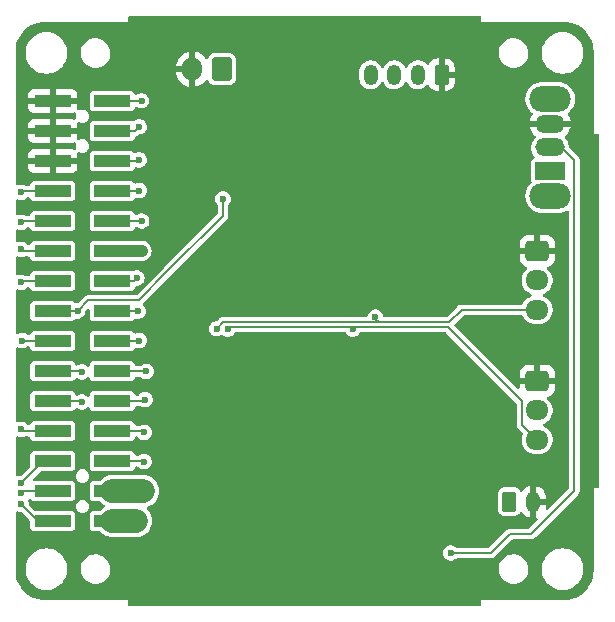
<source format=gbr>
%TF.GenerationSoftware,KiCad,Pcbnew,7.0.7-7.0.7~ubuntu23.04.1*%
%TF.CreationDate,2023-09-19T04:43:30+00:00*%
%TF.ProjectId,m5-pantilt,6d352d70-616e-4746-996c-742e6b696361,1*%
%TF.SameCoordinates,Original*%
%TF.FileFunction,Copper,L2,Bot*%
%TF.FilePolarity,Positive*%
%FSLAX46Y46*%
G04 Gerber Fmt 4.6, Leading zero omitted, Abs format (unit mm)*
G04 Created by KiCad (PCBNEW 7.0.7-7.0.7~ubuntu23.04.1) date 2023-09-19 04:43:30*
%MOMM*%
%LPD*%
G01*
G04 APERTURE LIST*
G04 Aperture macros list*
%AMRoundRect*
0 Rectangle with rounded corners*
0 $1 Rounding radius*
0 $2 $3 $4 $5 $6 $7 $8 $9 X,Y pos of 4 corners*
0 Add a 4 corners polygon primitive as box body*
4,1,4,$2,$3,$4,$5,$6,$7,$8,$9,$2,$3,0*
0 Add four circle primitives for the rounded corners*
1,1,$1+$1,$2,$3*
1,1,$1+$1,$4,$5*
1,1,$1+$1,$6,$7*
1,1,$1+$1,$8,$9*
0 Add four rect primitives between the rounded corners*
20,1,$1+$1,$2,$3,$4,$5,0*
20,1,$1+$1,$4,$5,$6,$7,0*
20,1,$1+$1,$6,$7,$8,$9,0*
20,1,$1+$1,$8,$9,$2,$3,0*%
G04 Aperture macros list end*
%TA.AperFunction,ComponentPad*%
%ADD10RoundRect,0.250000X0.350000X0.625000X-0.350000X0.625000X-0.350000X-0.625000X0.350000X-0.625000X0*%
%TD*%
%TA.AperFunction,ComponentPad*%
%ADD11O,1.200000X1.750000*%
%TD*%
%TA.AperFunction,ComponentPad*%
%ADD12RoundRect,0.250000X-0.350000X-0.625000X0.350000X-0.625000X0.350000X0.625000X-0.350000X0.625000X0*%
%TD*%
%TA.AperFunction,ComponentPad*%
%ADD13RoundRect,0.250000X0.600000X0.750000X-0.600000X0.750000X-0.600000X-0.750000X0.600000X-0.750000X0*%
%TD*%
%TA.AperFunction,ComponentPad*%
%ADD14O,1.700000X2.000000*%
%TD*%
%TA.AperFunction,ComponentPad*%
%ADD15O,3.500000X2.200000*%
%TD*%
%TA.AperFunction,ComponentPad*%
%ADD16R,2.500000X1.500000*%
%TD*%
%TA.AperFunction,ComponentPad*%
%ADD17O,2.500000X1.500000*%
%TD*%
%TA.AperFunction,ComponentPad*%
%ADD18RoundRect,0.250000X-0.725000X0.600000X-0.725000X-0.600000X0.725000X-0.600000X0.725000X0.600000X0*%
%TD*%
%TA.AperFunction,ComponentPad*%
%ADD19O,1.950000X1.700000*%
%TD*%
%TA.AperFunction,SMDPad,CuDef*%
%ADD20R,3.150000X1.000000*%
%TD*%
%TA.AperFunction,ViaPad*%
%ADD21C,0.600000*%
%TD*%
%TA.AperFunction,Conductor*%
%ADD22C,2.000000*%
%TD*%
%TA.AperFunction,Conductor*%
%ADD23C,0.200000*%
%TD*%
%TA.AperFunction,Conductor*%
%ADD24C,1.000000*%
%TD*%
%TA.AperFunction,Conductor*%
%ADD25C,0.152400*%
%TD*%
G04 APERTURE END LIST*
D10*
%TO.P,J6,1,Pin_1*%
%TO.N,GND*%
X136600000Y-55000000D03*
D11*
%TO.P,J6,2,Pin_2*%
%TO.N,+5V*%
X134600000Y-55000000D03*
%TO.P,J6,3,Pin_3*%
%TO.N,/PORTB1*%
X132600000Y-55000000D03*
%TO.P,J6,4,Pin_4*%
%TO.N,/PORTB2*%
X130600000Y-55000000D03*
%TD*%
D12*
%TO.P,J5,1,Pin_1*%
%TO.N,Net-(J5-Pin_1)*%
X142350000Y-91150000D03*
D11*
%TO.P,J5,2,Pin_2*%
%TO.N,GND*%
X144350000Y-91150000D03*
%TD*%
D13*
%TO.P,J7,1,Pin_1*%
%TO.N,Net-(D1-A)*%
X118000000Y-54525000D03*
D14*
%TO.P,J7,2,Pin_2*%
%TO.N,GND*%
X115500000Y-54525000D03*
%TD*%
D15*
%TO.P,SW1,*%
%TO.N,*%
X145800000Y-65250000D03*
X145800000Y-57050000D03*
D16*
%TO.P,SW1,1,A*%
%TO.N,unconnected-(SW1-A-Pad1)*%
X145800000Y-63150000D03*
D17*
%TO.P,SW1,2,B*%
%TO.N,Net-(Q1-G)*%
X145800000Y-61150000D03*
%TO.P,SW1,3,C*%
%TO.N,GND*%
X145800000Y-59150000D03*
%TD*%
D18*
%TO.P,J3,1,Pin_1*%
%TO.N,GND*%
X144700000Y-69900000D03*
D19*
%TO.P,J3,2,Pin_2*%
%TO.N,Net-(D2-K)*%
X144700000Y-72400000D03*
%TO.P,J3,3,Pin_3*%
%TO.N,Net-(J3-Pin_3)*%
X144700000Y-74900000D03*
%TD*%
D18*
%TO.P,J8,1,Pin_1*%
%TO.N,GND*%
X144700000Y-80900000D03*
D19*
%TO.P,J8,2,Pin_2*%
%TO.N,Net-(D2-K)*%
X144700000Y-83400000D03*
%TO.P,J8,3,Pin_3*%
%TO.N,Net-(J8-Pin_3)*%
X144700000Y-85900000D03*
%TD*%
D20*
%TO.P,J1,1,Pin_1*%
%TO.N,/PIN1*%
X108725000Y-57220000D03*
%TO.P,J1,2,Pin_2*%
%TO.N,GND*%
X103675000Y-57220000D03*
%TO.P,J1,3,Pin_3*%
%TO.N,/PORTB2*%
X108725000Y-59760000D03*
%TO.P,J1,4,Pin_4*%
%TO.N,GND*%
X103675000Y-59760000D03*
%TO.P,J1,5,Pin_5*%
%TO.N,/PIN5*%
X108725000Y-62300000D03*
%TO.P,J1,6,Pin_6*%
%TO.N,GND*%
X103675000Y-62300000D03*
%TO.P,J1,7,Pin_7*%
%TO.N,/PIN7*%
X108725000Y-64840000D03*
%TO.P,J1,8,Pin_8*%
%TO.N,/PIN8*%
X103675000Y-64840000D03*
%TO.P,J1,9,Pin_9*%
%TO.N,/PORTB1*%
X108725000Y-67380000D03*
%TO.P,J1,10,Pin_10*%
%TO.N,/PIN10*%
X103675000Y-67380000D03*
%TO.P,J1,11,Pin_11*%
%TO.N,+3V3*%
X108725000Y-69920000D03*
%TO.P,J1,12,Pin_12*%
%TO.N,/PIN12*%
X103675000Y-69920000D03*
%TO.P,J1,13,Pin_13*%
%TO.N,/PIN13*%
X108725000Y-72460000D03*
%TO.P,J1,14,Pin_14*%
%TO.N,/PIN14*%
X103675000Y-72460000D03*
%TO.P,J1,15,Pin_15*%
%TO.N,/TXD2*%
X108725000Y-75000000D03*
%TO.P,J1,16,Pin_16*%
%TO.N,/RXD2*%
X103675000Y-75000000D03*
%TO.P,J1,17,Pin_17*%
%TO.N,/PIN17*%
X108725000Y-77540000D03*
%TO.P,J1,18,Pin_18*%
%TO.N,/PIN18*%
X103675000Y-77540000D03*
%TO.P,J1,19,Pin_19*%
%TO.N,/PWM1_C1*%
X108725000Y-80080000D03*
%TO.P,J1,20,Pin_20*%
%TO.N,/PWM2_C1*%
X103675000Y-80080000D03*
%TO.P,J1,21,Pin_21*%
%TO.N,/PWM1_C2*%
X108725000Y-82620000D03*
%TO.P,J1,22,Pin_22*%
%TO.N,/PWM2_C2*%
X103675000Y-82620000D03*
%TO.P,J1,23,Pin_23*%
%TO.N,/PIN23*%
X108725000Y-85160000D03*
%TO.P,J1,24,Pin_24*%
%TO.N,/PIN24*%
X103675000Y-85160000D03*
%TO.P,J1,25,Pin_25*%
%TO.N,/PIN25*%
X108725000Y-87700000D03*
%TO.P,J1,26,Pin_26*%
%TO.N,/PIN26*%
X103675000Y-87700000D03*
%TO.P,J1,27,Pin_27*%
%TO.N,+5V*%
X108725000Y-90240000D03*
%TO.P,J1,28,Pin_28*%
%TO.N,/PIN28*%
X103675000Y-90240000D03*
%TO.P,J1,29,Pin_29*%
%TO.N,/BAT*%
X108725000Y-92780000D03*
%TO.P,J1,30,Pin_30*%
%TO.N,/PIN30*%
X103675000Y-92780000D03*
%TD*%
D21*
%TO.N,GND*%
X108000000Y-51500000D03*
X101500000Y-95000000D03*
X138600000Y-76200000D03*
X142000000Y-51500000D03*
X148500000Y-94500000D03*
X112600000Y-62650000D03*
X127900000Y-69700000D03*
X141400000Y-84200000D03*
X143700000Y-63400000D03*
X116250000Y-76800000D03*
X140500000Y-51000000D03*
X113900000Y-73400000D03*
X149000000Y-63000000D03*
X101000000Y-81450000D03*
X109000000Y-94600000D03*
X130950000Y-62400000D03*
X106200000Y-93300000D03*
X101000000Y-76000000D03*
X126000000Y-94850000D03*
X137000000Y-81000000D03*
X116000000Y-99000000D03*
X117800000Y-63700000D03*
X101000000Y-86538000D03*
X149000000Y-74000000D03*
X123000000Y-61550000D03*
X130980000Y-96530000D03*
X139400000Y-80963000D03*
X128000000Y-74750000D03*
X108000000Y-98500000D03*
X149000000Y-68000000D03*
X129000000Y-51000000D03*
X131800000Y-92000000D03*
X101000000Y-71000000D03*
X138200000Y-71400000D03*
X132400000Y-57650000D03*
X126000000Y-99000000D03*
X146400000Y-87100000D03*
X137000000Y-75000000D03*
X101000000Y-61000000D03*
X131000000Y-99000000D03*
X113550000Y-70550000D03*
X124000000Y-51000000D03*
X149000000Y-79000000D03*
X101500000Y-55000000D03*
X121000000Y-94850000D03*
X130350000Y-78000000D03*
X148500000Y-55500000D03*
X136600000Y-59300000D03*
X149000000Y-89000000D03*
X136800000Y-77600000D03*
X126600000Y-88000000D03*
X119000000Y-51000000D03*
X134000000Y-51000000D03*
X111000000Y-99000000D03*
X107600000Y-88976400D03*
X136000000Y-99000000D03*
X116000000Y-94850000D03*
X121000000Y-99000000D03*
X134600000Y-83900000D03*
X119400000Y-88200000D03*
X141000000Y-77800000D03*
X119400000Y-69600000D03*
X129100000Y-54900000D03*
X130200000Y-84600000D03*
X137795200Y-93065800D03*
X119200000Y-77700000D03*
X142000000Y-98500000D03*
X123050000Y-58650000D03*
X106200000Y-76100000D03*
X111000000Y-94830000D03*
X126800000Y-63700000D03*
X106150000Y-81400000D03*
X107700000Y-91500000D03*
X134600000Y-87600000D03*
X101000000Y-66000000D03*
X106250000Y-87550000D03*
X149000000Y-84000000D03*
X113900000Y-58600000D03*
X114000000Y-51000000D03*
%TO.N,+5V*%
X111300000Y-90600000D03*
X111300000Y-89800000D03*
%TO.N,/PORTB2*%
X111000000Y-59400000D03*
%TO.N,/PIN30*%
X101016000Y-91364000D03*
%TO.N,/BAT*%
X110700000Y-92300000D03*
X110700000Y-93300000D03*
%TO.N,/PIN28*%
X101016000Y-90385503D03*
%TO.N,/PORTB1*%
X111220000Y-67380000D03*
%TO.N,/PIN26*%
X101016000Y-89586000D03*
%TO.N,+3V3*%
X111200000Y-69900000D03*
%TO.N,/PIN25*%
X111410000Y-87740000D03*
%TO.N,/PIN24*%
X101016000Y-85014000D03*
%TO.N,/PIN23*%
X111430000Y-85268000D03*
%TO.N,/TXD2*%
X110930000Y-75010000D03*
%TO.N,/RXD2*%
X118100480Y-65499520D03*
X105800000Y-75000000D03*
%TO.N,/PIN18*%
X101100000Y-77500000D03*
%TO.N,/PIN17*%
X111000000Y-77500000D03*
%TO.N,/PIN14*%
X101016000Y-72568000D03*
%TO.N,/PIN13*%
X110809600Y-72201600D03*
%TO.N,/PIN12*%
X101016000Y-69774000D03*
%TO.N,/PIN10*%
X101016000Y-67488000D03*
%TO.N,/PIN8*%
X101016000Y-64948000D03*
%TO.N,/PIN7*%
X111000000Y-64800000D03*
%TO.N,Net-(J3-Pin_3)*%
X131000000Y-75500000D03*
X117550000Y-76500000D03*
%TO.N,/PWM2_C2*%
X106150000Y-82700000D03*
%TO.N,/PWM1_C2*%
X111500000Y-82500000D03*
%TO.N,/PWM2_C1*%
X106150000Y-80150000D03*
%TO.N,/PWM1_C1*%
X111600000Y-80100000D03*
%TO.N,Net-(J8-Pin_3)*%
X118500000Y-76534015D03*
X129100000Y-76534015D03*
%TO.N,/PIN5*%
X111000000Y-62200000D03*
%TO.N,/PIN1*%
X111200000Y-57200000D03*
%TO.N,Net-(Q1-G)*%
X137380000Y-95490000D03*
%TD*%
D22*
%TO.N,+5V*%
X108725000Y-90240000D02*
X111360000Y-90240000D01*
D23*
%TO.N,/PORTB2*%
X111000000Y-59400000D02*
X110640000Y-59760000D01*
X110640000Y-59760000D02*
X108725000Y-59760000D01*
%TO.N,/PIN30*%
X101016000Y-91364000D02*
X102432000Y-92780000D01*
X102432000Y-92780000D02*
X103675000Y-92780000D01*
D22*
%TO.N,/BAT*%
X108735000Y-92770000D02*
X110770000Y-92770000D01*
X108725000Y-92780000D02*
X108735000Y-92770000D01*
D23*
%TO.N,/PIN28*%
X101016000Y-90385503D02*
X101161503Y-90240000D01*
X101161503Y-90240000D02*
X103675000Y-90240000D01*
%TO.N,/PORTB1*%
X108725000Y-67380000D02*
X111220000Y-67380000D01*
%TO.N,/PIN26*%
X102902000Y-87700000D02*
X103675000Y-87700000D01*
X101016000Y-89586000D02*
X102902000Y-87700000D01*
D24*
%TO.N,+3V3*%
X111200000Y-69900000D02*
X108745000Y-69900000D01*
X108745000Y-69900000D02*
X108725000Y-69920000D01*
D23*
%TO.N,/PIN25*%
X111370000Y-87700000D02*
X108725000Y-87700000D01*
X111410000Y-87740000D02*
X111370000Y-87700000D01*
%TO.N,/PIN24*%
X101016000Y-85014000D02*
X101162000Y-85160000D01*
X101162000Y-85160000D02*
X103675000Y-85160000D01*
%TO.N,/PIN23*%
X111430000Y-85268000D02*
X111322000Y-85160000D01*
X111322000Y-85160000D02*
X108725000Y-85160000D01*
%TO.N,/TXD2*%
X110920000Y-75000000D02*
X108725000Y-75000000D01*
X110930000Y-75010000D02*
X110920000Y-75000000D01*
%TO.N,/RXD2*%
X103675000Y-75000000D02*
X105800000Y-75000000D01*
X118100480Y-66949020D02*
X113399500Y-71650000D01*
X113399500Y-71650000D02*
X110949500Y-74100000D01*
X118100480Y-65499520D02*
X118100480Y-66949020D01*
X106700000Y-74100000D02*
X105800000Y-75000000D01*
X110949500Y-74100000D02*
X106700000Y-74100000D01*
D25*
%TO.N,/PIN18*%
X101140000Y-77540000D02*
X101100000Y-77500000D01*
X103675000Y-77540000D02*
X101140000Y-77540000D01*
%TO.N,/PIN17*%
X111000000Y-77500000D02*
X110960000Y-77540000D01*
X110960000Y-77540000D02*
X108725000Y-77540000D01*
%TO.N,/PIN14*%
X101124000Y-72460000D02*
X103675000Y-72460000D01*
X101016000Y-72568000D02*
X101124000Y-72460000D01*
D23*
%TO.N,/PIN13*%
X110809600Y-72210400D02*
X110560000Y-72460000D01*
X110809600Y-72201600D02*
X110809600Y-72210400D01*
X110560000Y-72460000D02*
X108725000Y-72460000D01*
%TO.N,/PIN12*%
X101016000Y-69774000D02*
X101162000Y-69920000D01*
X101162000Y-69920000D02*
X103675000Y-69920000D01*
%TO.N,/PIN10*%
X101016000Y-67488000D02*
X101124000Y-67380000D01*
X101124000Y-67380000D02*
X103675000Y-67380000D01*
%TO.N,/PIN8*%
X101016000Y-64948000D02*
X101124000Y-64840000D01*
X101124000Y-64840000D02*
X103675000Y-64840000D01*
D25*
%TO.N,/PIN7*%
X111000000Y-64800000D02*
X110960000Y-64840000D01*
X110960000Y-64840000D02*
X108725000Y-64840000D01*
D23*
%TO.N,Net-(J3-Pin_3)*%
X131000000Y-75634515D02*
X131300000Y-75934515D01*
X138300000Y-74900000D02*
X144700000Y-74900000D01*
X118115485Y-75934515D02*
X132665485Y-75934515D01*
X132665485Y-75934515D02*
X137265485Y-75934515D01*
X117550000Y-76500000D02*
X118115485Y-75934515D01*
X131300000Y-75934515D02*
X132665485Y-75934515D01*
X131000000Y-75500000D02*
X131000000Y-75634515D01*
X137265485Y-75934515D02*
X138300000Y-74900000D01*
%TO.N,/PWM2_C2*%
X103675000Y-82620000D02*
X106070000Y-82620000D01*
X106070000Y-82620000D02*
X106150000Y-82700000D01*
%TO.N,/PWM1_C2*%
X111500000Y-82500000D02*
X111380000Y-82620000D01*
X111380000Y-82620000D02*
X108725000Y-82620000D01*
%TO.N,/PWM2_C1*%
X106080000Y-80080000D02*
X106150000Y-80150000D01*
X103675000Y-80080000D02*
X106080000Y-80080000D01*
%TO.N,/PWM1_C1*%
X108745000Y-80100000D02*
X108725000Y-80080000D01*
X111600000Y-80100000D02*
X108745000Y-80100000D01*
%TO.N,Net-(J8-Pin_3)*%
X129100000Y-76534015D02*
X129299981Y-76334034D01*
X137134034Y-76334034D02*
X143425480Y-82625480D01*
X133634034Y-76334034D02*
X137134034Y-76334034D01*
X143425480Y-84625480D02*
X144700000Y-85900000D01*
X129299981Y-76334034D02*
X133634034Y-76334034D01*
X143425480Y-82625480D02*
X143425480Y-84625480D01*
X118500000Y-76534015D02*
X118699981Y-76334034D01*
X118699981Y-76334034D02*
X133634034Y-76334034D01*
D25*
%TO.N,/PIN5*%
X108725000Y-62300000D02*
X110900000Y-62300000D01*
X110900000Y-62300000D02*
X111000000Y-62200000D01*
D23*
%TO.N,/PIN1*%
X111180000Y-57220000D02*
X108725000Y-57220000D01*
X111200000Y-57200000D02*
X111180000Y-57220000D01*
%TO.N,Net-(Q1-G)*%
X146700000Y-61100000D02*
X145800000Y-61100000D01*
X140790000Y-95490000D02*
X142400000Y-93880000D01*
X144190000Y-93880000D02*
X147849520Y-90220480D01*
X142400000Y-93880000D02*
X144190000Y-93880000D01*
X147849520Y-62249520D02*
X146700000Y-61100000D01*
X137380000Y-95490000D02*
X140790000Y-95490000D01*
X147849520Y-90220480D02*
X147849520Y-62249520D01*
%TD*%
%TA.AperFunction,Conductor*%
%TO.N,GND*%
G36*
X139916621Y-50045502D02*
G01*
X139963114Y-50099158D01*
X139974500Y-50151500D01*
X139974500Y-50469867D01*
X139972398Y-50480435D01*
X139972399Y-50500000D01*
X139974500Y-50505073D01*
X139980482Y-50519517D01*
X140000000Y-50527601D01*
X140019575Y-50527601D01*
X140030137Y-50525500D01*
X146991715Y-50525500D01*
X146998097Y-50525500D01*
X147001900Y-50525614D01*
X147294470Y-50543312D01*
X147302012Y-50544228D01*
X147588449Y-50596719D01*
X147595822Y-50598536D01*
X147873837Y-50685169D01*
X147880941Y-50687864D01*
X148146479Y-50807373D01*
X148153216Y-50810910D01*
X148402411Y-50961552D01*
X148408671Y-50965872D01*
X148637899Y-51145461D01*
X148643589Y-51150502D01*
X148849496Y-51356409D01*
X148854538Y-51362100D01*
X149016187Y-51568430D01*
X149034121Y-51591320D01*
X149038447Y-51597588D01*
X149189089Y-51846783D01*
X149192628Y-51853525D01*
X149312131Y-52119048D01*
X149314831Y-52126167D01*
X149401461Y-52404172D01*
X149403283Y-52411562D01*
X149421079Y-52508672D01*
X149455770Y-52697980D01*
X149456688Y-52705539D01*
X149474385Y-52998097D01*
X149474500Y-53001902D01*
X149474500Y-59969867D01*
X149472398Y-59980435D01*
X149472399Y-60000000D01*
X149474500Y-60005073D01*
X149480482Y-60019517D01*
X149500000Y-60027601D01*
X149519575Y-60027601D01*
X149530137Y-60025500D01*
X149848500Y-60025500D01*
X149916621Y-60045502D01*
X149963114Y-60099158D01*
X149974500Y-60151500D01*
X149974500Y-89848500D01*
X149954498Y-89916621D01*
X149900842Y-89963114D01*
X149848500Y-89974500D01*
X149530136Y-89974500D01*
X149519574Y-89972399D01*
X149499999Y-89972399D01*
X149494927Y-89974500D01*
X149480482Y-89980482D01*
X149472399Y-89999999D01*
X149472399Y-90019575D01*
X149474500Y-90030136D01*
X149474500Y-96998097D01*
X149474385Y-97001902D01*
X149456688Y-97294460D01*
X149455770Y-97302019D01*
X149403284Y-97588433D01*
X149401461Y-97595827D01*
X149314831Y-97873832D01*
X149312131Y-97880951D01*
X149192628Y-98146474D01*
X149189089Y-98153216D01*
X149038447Y-98402411D01*
X149034121Y-98408679D01*
X148854538Y-98637899D01*
X148849489Y-98643598D01*
X148643598Y-98849489D01*
X148637899Y-98854538D01*
X148408679Y-99034121D01*
X148402411Y-99038447D01*
X148153216Y-99189089D01*
X148146474Y-99192628D01*
X147880951Y-99312131D01*
X147873832Y-99314831D01*
X147595827Y-99401461D01*
X147588433Y-99403284D01*
X147302019Y-99455770D01*
X147294460Y-99456688D01*
X147039453Y-99472113D01*
X147001900Y-99474385D01*
X146998097Y-99474500D01*
X140030136Y-99474500D01*
X140019574Y-99472399D01*
X139999999Y-99472399D01*
X139994927Y-99474500D01*
X139980482Y-99480482D01*
X139972399Y-99499999D01*
X139972399Y-99519575D01*
X139974500Y-99530136D01*
X139974500Y-99848500D01*
X139954498Y-99916621D01*
X139900842Y-99963114D01*
X139848500Y-99974500D01*
X110151500Y-99974500D01*
X110083379Y-99954498D01*
X110036886Y-99900842D01*
X110025500Y-99848500D01*
X110025500Y-99530130D01*
X110027601Y-99519576D01*
X110027601Y-99499999D01*
X110019517Y-99480482D01*
X110005073Y-99474500D01*
X110000001Y-99472399D01*
X109980426Y-99472399D01*
X109969864Y-99474500D01*
X103001903Y-99474500D01*
X102998099Y-99474385D01*
X102953724Y-99471700D01*
X102705539Y-99456688D01*
X102697980Y-99455770D01*
X102515862Y-99422396D01*
X102411562Y-99403283D01*
X102404172Y-99401461D01*
X102126167Y-99314831D01*
X102119048Y-99312131D01*
X101853525Y-99192628D01*
X101846783Y-99189089D01*
X101597588Y-99038447D01*
X101591325Y-99034124D01*
X101362100Y-98854538D01*
X101356409Y-98849496D01*
X101150502Y-98643589D01*
X101145461Y-98637899D01*
X101116161Y-98600500D01*
X100965872Y-98408671D01*
X100961552Y-98402411D01*
X100810910Y-98153216D01*
X100807371Y-98146474D01*
X100687864Y-97880941D01*
X100685168Y-97873832D01*
X100598533Y-97595811D01*
X100596719Y-97588449D01*
X100562064Y-97399339D01*
X100560000Y-97376628D01*
X100560000Y-96981182D01*
X101399500Y-96981182D01*
X101405131Y-97018538D01*
X101438604Y-97240619D01*
X101515933Y-97491314D01*
X101515938Y-97491327D01*
X101629773Y-97727706D01*
X101629777Y-97727713D01*
X101777562Y-97944472D01*
X101777567Y-97944479D01*
X101956019Y-98136805D01*
X102161143Y-98300386D01*
X102161146Y-98300388D01*
X102388352Y-98431566D01*
X102388356Y-98431567D01*
X102388357Y-98431568D01*
X102632584Y-98527420D01*
X102888370Y-98585802D01*
X103040409Y-98597195D01*
X103084503Y-98600500D01*
X103084506Y-98600500D01*
X103215497Y-98600500D01*
X103256516Y-98597425D01*
X103411630Y-98585802D01*
X103667416Y-98527420D01*
X103911643Y-98431568D01*
X103911645Y-98431566D01*
X103911647Y-98431566D01*
X104124067Y-98308925D01*
X104138857Y-98300386D01*
X104343981Y-98136805D01*
X104522433Y-97944479D01*
X104670228Y-97727704D01*
X104784063Y-97491323D01*
X104784066Y-97491314D01*
X104861395Y-97240619D01*
X104861792Y-97237986D01*
X104900500Y-96981182D01*
X104900500Y-96906330D01*
X106045710Y-96906330D01*
X106058656Y-97001902D01*
X106075925Y-97129390D01*
X106145484Y-97343467D01*
X106252144Y-97541675D01*
X106252148Y-97541682D01*
X106292425Y-97592187D01*
X106392492Y-97717666D01*
X106562004Y-97865765D01*
X106755236Y-97981215D01*
X106965976Y-98060307D01*
X106965978Y-98060307D01*
X106965980Y-98060308D01*
X107099229Y-98084489D01*
X107187453Y-98100500D01*
X107187454Y-98100500D01*
X107356149Y-98100500D01*
X107356155Y-98100500D01*
X107513759Y-98086315D01*
X107524189Y-98085377D01*
X107524189Y-98085376D01*
X107699507Y-98036991D01*
X107741167Y-98025494D01*
X107741167Y-98025493D01*
X107741170Y-98025493D01*
X107943973Y-97927829D01*
X108126078Y-97795522D01*
X108281632Y-97632825D01*
X108405635Y-97444968D01*
X108494103Y-97237988D01*
X108544191Y-97018537D01*
X108549230Y-96906330D01*
X141445710Y-96906330D01*
X141458656Y-97001902D01*
X141475925Y-97129390D01*
X141545484Y-97343467D01*
X141652144Y-97541675D01*
X141652148Y-97541682D01*
X141692425Y-97592187D01*
X141792492Y-97717666D01*
X141962004Y-97865765D01*
X142155236Y-97981215D01*
X142365976Y-98060307D01*
X142365978Y-98060307D01*
X142365980Y-98060308D01*
X142499229Y-98084489D01*
X142587453Y-98100500D01*
X142587454Y-98100500D01*
X142756149Y-98100500D01*
X142756155Y-98100500D01*
X142913759Y-98086315D01*
X142924189Y-98085377D01*
X142924189Y-98085376D01*
X143099507Y-98036991D01*
X143141167Y-98025494D01*
X143141167Y-98025493D01*
X143141170Y-98025493D01*
X143343973Y-97927829D01*
X143526078Y-97795522D01*
X143681632Y-97632825D01*
X143805635Y-97444968D01*
X143894103Y-97237988D01*
X143944191Y-97018537D01*
X143945869Y-96981182D01*
X145099500Y-96981182D01*
X145105131Y-97018538D01*
X145138604Y-97240619D01*
X145215933Y-97491314D01*
X145215938Y-97491327D01*
X145329773Y-97727706D01*
X145329777Y-97727713D01*
X145477562Y-97944472D01*
X145477567Y-97944479D01*
X145656019Y-98136805D01*
X145861143Y-98300386D01*
X145861146Y-98300388D01*
X146088352Y-98431566D01*
X146088356Y-98431567D01*
X146088357Y-98431568D01*
X146332584Y-98527420D01*
X146588370Y-98585802D01*
X146740408Y-98597195D01*
X146784503Y-98600500D01*
X146784506Y-98600500D01*
X146915497Y-98600500D01*
X146956516Y-98597425D01*
X147111630Y-98585802D01*
X147367416Y-98527420D01*
X147611643Y-98431568D01*
X147611645Y-98431566D01*
X147611647Y-98431566D01*
X147824067Y-98308925D01*
X147838857Y-98300386D01*
X148043981Y-98136805D01*
X148222433Y-97944479D01*
X148370228Y-97727704D01*
X148484063Y-97491323D01*
X148484066Y-97491314D01*
X148561395Y-97240619D01*
X148561792Y-97237986D01*
X148600500Y-96981182D01*
X148600500Y-96718818D01*
X148561396Y-96459385D01*
X148561395Y-96459383D01*
X148561395Y-96459380D01*
X148484066Y-96208685D01*
X148484061Y-96208672D01*
X148375061Y-95982332D01*
X148370228Y-95972296D01*
X148370226Y-95972293D01*
X148370222Y-95972286D01*
X148222437Y-95755527D01*
X148222433Y-95755521D01*
X148043981Y-95563195D01*
X147838857Y-95399614D01*
X147838852Y-95399611D01*
X147838853Y-95399611D01*
X147611647Y-95268433D01*
X147611639Y-95268430D01*
X147367419Y-95172581D01*
X147367417Y-95172580D01*
X147111632Y-95114198D01*
X146915497Y-95099500D01*
X146915494Y-95099500D01*
X146784506Y-95099500D01*
X146784503Y-95099500D01*
X146588367Y-95114198D01*
X146332582Y-95172580D01*
X146332580Y-95172581D01*
X146088360Y-95268430D01*
X146088352Y-95268433D01*
X145861146Y-95399611D01*
X145656018Y-95563195D01*
X145477566Y-95755522D01*
X145477562Y-95755527D01*
X145329777Y-95972286D01*
X145329773Y-95972293D01*
X145215938Y-96208672D01*
X145215933Y-96208685D01*
X145138604Y-96459380D01*
X145121839Y-96570609D01*
X145099500Y-96718818D01*
X145099500Y-96981182D01*
X143945869Y-96981182D01*
X143954290Y-96793670D01*
X143924075Y-96570613D01*
X143854517Y-96356536D01*
X143799897Y-96255035D01*
X143747855Y-96158324D01*
X143747851Y-96158317D01*
X143607506Y-95982332D01*
X143437998Y-95834237D01*
X143437996Y-95834235D01*
X143244764Y-95718785D01*
X143034024Y-95639693D01*
X143034019Y-95639691D01*
X142844091Y-95605224D01*
X142812547Y-95599500D01*
X142643845Y-95599500D01*
X142612558Y-95602315D01*
X142475810Y-95614622D01*
X142475810Y-95614623D01*
X142258832Y-95674505D01*
X142056031Y-95772168D01*
X142056023Y-95772173D01*
X141873921Y-95904478D01*
X141873920Y-95904479D01*
X141718369Y-96067172D01*
X141594367Y-96255027D01*
X141594363Y-96255035D01*
X141505897Y-96462011D01*
X141505896Y-96462013D01*
X141455809Y-96681461D01*
X141455809Y-96681463D01*
X141450770Y-96793673D01*
X141445710Y-96906330D01*
X108549230Y-96906330D01*
X108554290Y-96793670D01*
X108524075Y-96570613D01*
X108454517Y-96356536D01*
X108399897Y-96255035D01*
X108347855Y-96158324D01*
X108347851Y-96158317D01*
X108207506Y-95982332D01*
X108037998Y-95834237D01*
X108037996Y-95834235D01*
X107844764Y-95718785D01*
X107634024Y-95639693D01*
X107634019Y-95639691D01*
X107444091Y-95605224D01*
X107412547Y-95599500D01*
X107243845Y-95599500D01*
X107212558Y-95602315D01*
X107075810Y-95614622D01*
X107075810Y-95614623D01*
X106858832Y-95674505D01*
X106656031Y-95772168D01*
X106656023Y-95772173D01*
X106473921Y-95904478D01*
X106473920Y-95904479D01*
X106318369Y-96067172D01*
X106194367Y-96255027D01*
X106194363Y-96255035D01*
X106105897Y-96462011D01*
X106105896Y-96462013D01*
X106055809Y-96681461D01*
X106055809Y-96681463D01*
X106050770Y-96793673D01*
X106045710Y-96906330D01*
X104900500Y-96906330D01*
X104900500Y-96718818D01*
X104861396Y-96459385D01*
X104861395Y-96459383D01*
X104861395Y-96459380D01*
X104784066Y-96208685D01*
X104784061Y-96208672D01*
X104675061Y-95982332D01*
X104670228Y-95972296D01*
X104670226Y-95972293D01*
X104670222Y-95972286D01*
X104522437Y-95755527D01*
X104522433Y-95755521D01*
X104343981Y-95563195D01*
X104252201Y-95490003D01*
X136724722Y-95490003D01*
X136743761Y-95646815D01*
X136771056Y-95718785D01*
X136799780Y-95794523D01*
X136799781Y-95794525D01*
X136799782Y-95794526D01*
X136799783Y-95794529D01*
X136886406Y-95920023D01*
X136889517Y-95924530D01*
X137007760Y-96029283D01*
X137147635Y-96102696D01*
X137147636Y-96102696D01*
X137147638Y-96102697D01*
X137224324Y-96121598D01*
X137301015Y-96140500D01*
X137301017Y-96140500D01*
X137458983Y-96140500D01*
X137458985Y-96140500D01*
X137612365Y-96102696D01*
X137752240Y-96029283D01*
X137816689Y-95972186D01*
X137880942Y-95941987D01*
X137900241Y-95940500D01*
X140761157Y-95940500D01*
X140768211Y-95940895D01*
X140807035Y-95945270D01*
X140807035Y-95945269D01*
X140807036Y-95945270D01*
X140807036Y-95945269D01*
X140832397Y-95940470D01*
X140865478Y-95934212D01*
X140896636Y-95929515D01*
X140924287Y-95925348D01*
X140924295Y-95925343D01*
X140932472Y-95922821D01*
X140940472Y-95920023D01*
X140993073Y-95892222D01*
X141010484Y-95883836D01*
X141046642Y-95866425D01*
X141046646Y-95866421D01*
X141053685Y-95861622D01*
X141060531Y-95856569D01*
X141060538Y-95856566D01*
X141102599Y-95814504D01*
X141146194Y-95774055D01*
X141146197Y-95774048D01*
X141152081Y-95766672D01*
X141152762Y-95767215D01*
X141162219Y-95754883D01*
X142549698Y-94367405D01*
X142612010Y-94333379D01*
X142638793Y-94330500D01*
X144161157Y-94330500D01*
X144168211Y-94330895D01*
X144207035Y-94335270D01*
X144207035Y-94335269D01*
X144207036Y-94335270D01*
X144207036Y-94335269D01*
X144232397Y-94330470D01*
X144265478Y-94324212D01*
X144296636Y-94319515D01*
X144324287Y-94315348D01*
X144324295Y-94315343D01*
X144332472Y-94312821D01*
X144340472Y-94310023D01*
X144393073Y-94282222D01*
X144410484Y-94273836D01*
X144446642Y-94256425D01*
X144446646Y-94256421D01*
X144453689Y-94251619D01*
X144460533Y-94246568D01*
X144460538Y-94246566D01*
X144502599Y-94204503D01*
X144546194Y-94164055D01*
X144546197Y-94164049D01*
X144552082Y-94156671D01*
X144552763Y-94157214D01*
X144562219Y-94144883D01*
X148147690Y-90559411D01*
X148152934Y-90554725D01*
X148183490Y-90530359D01*
X148217000Y-90481208D01*
X148252313Y-90433362D01*
X148252313Y-90433359D01*
X148252315Y-90433358D01*
X148256301Y-90425816D01*
X148259991Y-90418154D01*
X148259990Y-90418154D01*
X148259992Y-90418153D01*
X148277527Y-90361302D01*
X148297166Y-90305179D01*
X148297166Y-90305176D01*
X148298749Y-90296810D01*
X148300020Y-90288381D01*
X148300020Y-90228921D01*
X148301590Y-90186963D01*
X148302245Y-90169470D01*
X148302243Y-90169465D01*
X148301188Y-90160085D01*
X148302047Y-90159988D01*
X148300020Y-90144576D01*
X148300020Y-62278362D01*
X148300416Y-62271302D01*
X148304790Y-62232485D01*
X148297417Y-62193517D01*
X148293731Y-62174032D01*
X148290379Y-62151800D01*
X148284868Y-62115233D01*
X148284865Y-62115228D01*
X148282344Y-62107052D01*
X148279543Y-62099047D01*
X148251742Y-62046446D01*
X148225946Y-61992880D01*
X148221148Y-61985842D01*
X148216082Y-61978978D01*
X148174036Y-61936933D01*
X148133574Y-61893324D01*
X148126194Y-61887439D01*
X148126733Y-61886762D01*
X148114400Y-61877297D01*
X147436924Y-61199821D01*
X147402898Y-61137509D01*
X147400162Y-61116720D01*
X147394254Y-60992678D01*
X147394254Y-60992670D01*
X147344704Y-60788424D01*
X147344701Y-60788419D01*
X147344701Y-60788416D01*
X147267381Y-60619112D01*
X147257396Y-60597247D01*
X147135486Y-60426048D01*
X147084434Y-60377370D01*
X147049578Y-60344135D01*
X147014080Y-60282650D01*
X147017458Y-60211734D01*
X147058640Y-60153901D01*
X147062468Y-60151007D01*
X147131035Y-60101191D01*
X147287518Y-59937522D01*
X147412265Y-59748539D01*
X147412266Y-59748536D01*
X147501265Y-59540310D01*
X147532377Y-59404000D01*
X146172968Y-59404000D01*
X146223625Y-59316260D01*
X146253810Y-59184008D01*
X146243673Y-59048735D01*
X146194113Y-58922459D01*
X146173013Y-58896000D01*
X147535082Y-58896000D01*
X147531415Y-58868933D01*
X147461441Y-58653576D01*
X147354140Y-58454175D01*
X147354136Y-58454168D01*
X147302999Y-58390045D01*
X147276165Y-58324315D01*
X147289127Y-58254511D01*
X147332597Y-58206001D01*
X147343964Y-58198574D01*
X147343963Y-58198574D01*
X147343969Y-58198571D01*
X147520825Y-58035764D01*
X147668472Y-57846067D01*
X147782882Y-57634656D01*
X147860934Y-57407297D01*
X147900500Y-57170192D01*
X147900500Y-56929808D01*
X147860934Y-56692703D01*
X147785866Y-56474035D01*
X147782883Y-56465346D01*
X147782882Y-56465344D01*
X147668472Y-56253933D01*
X147668471Y-56253932D01*
X147635834Y-56212000D01*
X147520825Y-56064236D01*
X147458996Y-56007319D01*
X147343971Y-55901431D01*
X147343969Y-55901429D01*
X147142728Y-55769951D01*
X147142725Y-55769949D01*
X147142724Y-55769949D01*
X146922594Y-55673391D01*
X146922587Y-55673388D01*
X146689570Y-55614381D01*
X146689565Y-55614380D01*
X146689563Y-55614380D01*
X146560805Y-55603710D01*
X146509992Y-55599500D01*
X146509990Y-55599500D01*
X145090010Y-55599500D01*
X145090008Y-55599500D01*
X145030819Y-55604404D01*
X144910437Y-55614380D01*
X144910435Y-55614380D01*
X144910429Y-55614381D01*
X144677412Y-55673388D01*
X144677405Y-55673391D01*
X144457275Y-55769949D01*
X144256028Y-55901431D01*
X144079177Y-56064233D01*
X143931528Y-56253932D01*
X143931527Y-56253933D01*
X143817117Y-56465344D01*
X143817116Y-56465346D01*
X143739067Y-56692698D01*
X143739065Y-56692705D01*
X143726923Y-56765470D01*
X143699500Y-56929808D01*
X143699500Y-57170192D01*
X143704475Y-57200003D01*
X143739065Y-57407294D01*
X143739067Y-57407301D01*
X143817116Y-57634653D01*
X143817117Y-57634655D01*
X143927488Y-57838601D01*
X143931528Y-57846067D01*
X144079175Y-58035764D01*
X144256031Y-58198571D01*
X144265079Y-58204482D01*
X144311169Y-58258483D01*
X144320747Y-58328830D01*
X144301324Y-58379379D01*
X144187733Y-58551463D01*
X144098734Y-58759689D01*
X144067622Y-58895999D01*
X144067623Y-58896000D01*
X145427032Y-58896000D01*
X145376375Y-58983740D01*
X145346190Y-59115992D01*
X145356327Y-59251265D01*
X145405887Y-59377541D01*
X145426987Y-59404000D01*
X144064918Y-59404000D01*
X144068584Y-59431066D01*
X144138558Y-59646423D01*
X144245859Y-59845826D01*
X144387050Y-60022872D01*
X144540692Y-60157105D01*
X144578832Y-60216987D01*
X144578542Y-60287983D01*
X144541224Y-60345532D01*
X144541453Y-60345772D01*
X144540447Y-60346730D01*
X144539915Y-60347552D01*
X144537514Y-60349527D01*
X144537107Y-60349914D01*
X144399485Y-60508738D01*
X144399479Y-60508746D01*
X144294396Y-60690755D01*
X144294393Y-60690760D01*
X144225658Y-60889359D01*
X144225654Y-60889374D01*
X144195745Y-61097396D01*
X144205744Y-61307319D01*
X144205746Y-61307332D01*
X144255295Y-61511572D01*
X144255298Y-61511583D01*
X144292717Y-61593517D01*
X144342604Y-61702753D01*
X144388169Y-61766740D01*
X144464515Y-61873953D01*
X144465419Y-61874996D01*
X144465706Y-61875626D01*
X144467996Y-61878841D01*
X144467376Y-61879282D01*
X144494912Y-61939577D01*
X144484809Y-62009851D01*
X144438316Y-62063507D01*
X144425534Y-62070706D01*
X144343516Y-62110802D01*
X144343514Y-62110803D01*
X144260803Y-62193514D01*
X144260801Y-62193517D01*
X144209427Y-62298605D01*
X144199500Y-62366738D01*
X144199500Y-63933261D01*
X144209427Y-64001393D01*
X144209427Y-64001394D01*
X144216352Y-64015558D01*
X144228302Y-64085542D01*
X144200519Y-64150877D01*
X144188494Y-64163600D01*
X144079178Y-64264232D01*
X143931528Y-64453932D01*
X143931527Y-64453933D01*
X143817117Y-64665344D01*
X143817116Y-64665346D01*
X143739067Y-64892698D01*
X143739065Y-64892705D01*
X143719300Y-65011149D01*
X143699500Y-65129808D01*
X143699500Y-65370192D01*
X143721081Y-65499520D01*
X143739065Y-65607294D01*
X143739067Y-65607301D01*
X143817116Y-65834653D01*
X143817117Y-65834655D01*
X143920766Y-66026180D01*
X143931528Y-66046067D01*
X144079175Y-66235764D01*
X144256031Y-66398571D01*
X144457272Y-66530049D01*
X144677409Y-66626610D01*
X144677410Y-66626610D01*
X144677412Y-66626611D01*
X144910429Y-66685618D01*
X144910437Y-66685620D01*
X145070204Y-66698858D01*
X145090008Y-66700500D01*
X145090010Y-66700500D01*
X146509992Y-66700500D01*
X146528760Y-66698944D01*
X146689563Y-66685620D01*
X146922591Y-66626610D01*
X147142728Y-66530049D01*
X147204106Y-66489948D01*
X147272072Y-66469436D01*
X147340342Y-66488925D01*
X147387237Y-66542229D01*
X147399020Y-66595432D01*
X147399020Y-89981686D01*
X147379018Y-90049807D01*
X147362115Y-90070781D01*
X145642565Y-91790331D01*
X145580253Y-91824357D01*
X145509438Y-91819292D01*
X145452602Y-91776745D01*
X145427791Y-91710225D01*
X145429747Y-91677390D01*
X145457999Y-91530805D01*
X145458000Y-91530796D01*
X145458000Y-91404000D01*
X144625878Y-91404000D01*
X144668278Y-91357941D01*
X144718551Y-91243330D01*
X144728886Y-91118605D01*
X144698163Y-90997281D01*
X144631992Y-90896000D01*
X145458000Y-90896000D01*
X145458000Y-90822220D01*
X145457998Y-90822199D01*
X145442927Y-90664366D01*
X145442924Y-90664351D01*
X145383310Y-90461322D01*
X145286349Y-90273245D01*
X145155544Y-90106914D01*
X145155539Y-90106908D01*
X144995625Y-89968343D01*
X144995624Y-89968342D01*
X144812377Y-89862545D01*
X144812368Y-89862541D01*
X144612413Y-89793336D01*
X144612405Y-89793334D01*
X144604000Y-89792124D01*
X144604000Y-90872496D01*
X144530948Y-90815637D01*
X144412576Y-90775000D01*
X144318927Y-90775000D01*
X144226554Y-90790414D01*
X144116486Y-90849981D01*
X144096000Y-90872234D01*
X144096000Y-89796479D01*
X143985961Y-89823175D01*
X143985952Y-89823178D01*
X143793484Y-89911077D01*
X143793480Y-89911079D01*
X143621112Y-90033821D01*
X143621111Y-90033822D01*
X143475091Y-90186963D01*
X143444097Y-90235192D01*
X143390441Y-90281685D01*
X143320167Y-90291789D01*
X143255587Y-90262295D01*
X143230873Y-90228032D01*
X143228663Y-90229309D01*
X143224536Y-90222160D01*
X143224536Y-90222159D01*
X143128282Y-90096718D01*
X143002841Y-90000464D01*
X143001719Y-89999999D01*
X142856760Y-89939955D01*
X142780332Y-89929893D01*
X142739361Y-89924500D01*
X142739358Y-89924500D01*
X141960640Y-89924500D01*
X141960631Y-89924501D01*
X141854978Y-89938410D01*
X141843238Y-89939956D01*
X141697160Y-90000463D01*
X141697157Y-90000465D01*
X141571718Y-90096718D01*
X141475465Y-90222157D01*
X141475463Y-90222160D01*
X141414955Y-90368239D01*
X141399500Y-90485636D01*
X141399500Y-91814359D01*
X141399501Y-91814368D01*
X141409800Y-91892595D01*
X141414956Y-91931762D01*
X141475464Y-92077841D01*
X141571718Y-92203282D01*
X141697159Y-92299536D01*
X141843238Y-92360044D01*
X141960639Y-92375500D01*
X142739360Y-92375499D01*
X142856762Y-92360044D01*
X143002841Y-92299536D01*
X143128282Y-92203282D01*
X143224536Y-92077841D01*
X143224537Y-92077837D01*
X143228518Y-92070942D01*
X143279896Y-92021944D01*
X143349609Y-92008503D01*
X143415522Y-92034884D01*
X143436685Y-92056045D01*
X143544455Y-92193085D01*
X143544460Y-92193091D01*
X143704374Y-92331656D01*
X143704375Y-92331657D01*
X143887622Y-92437454D01*
X143887631Y-92437458D01*
X144087584Y-92506662D01*
X144087590Y-92506664D01*
X144096000Y-92507873D01*
X144096000Y-91427503D01*
X144169052Y-91484363D01*
X144287424Y-91525000D01*
X144381073Y-91525000D01*
X144473446Y-91509586D01*
X144583514Y-91450019D01*
X144604000Y-91427765D01*
X144604000Y-92503518D01*
X144606575Y-92505544D01*
X144668358Y-92508487D01*
X144726191Y-92549668D01*
X144752578Y-92615579D01*
X144739143Y-92685292D01*
X144716245Y-92716651D01*
X144040300Y-93392596D01*
X143977990Y-93426620D01*
X143951207Y-93429500D01*
X142428844Y-93429500D01*
X142421787Y-93429104D01*
X142382965Y-93424730D01*
X142382964Y-93424730D01*
X142324511Y-93435789D01*
X142265713Y-93444651D01*
X142257539Y-93447172D01*
X142249533Y-93449974D01*
X142196920Y-93477780D01*
X142143361Y-93503572D01*
X142136293Y-93508391D01*
X142129462Y-93513433D01*
X142087400Y-93555495D01*
X142043808Y-93595941D01*
X142037923Y-93603322D01*
X142037247Y-93602783D01*
X142027784Y-93615110D01*
X140640302Y-95002595D01*
X140577989Y-95036620D01*
X140551206Y-95039500D01*
X137900241Y-95039500D01*
X137832120Y-95019498D01*
X137816691Y-95007815D01*
X137752240Y-94950717D01*
X137612365Y-94877304D01*
X137612361Y-94877302D01*
X137458987Y-94839500D01*
X137458985Y-94839500D01*
X137301015Y-94839500D01*
X137301012Y-94839500D01*
X137147638Y-94877302D01*
X137147634Y-94877304D01*
X137007759Y-94950717D01*
X136889518Y-95055468D01*
X136889516Y-95055470D01*
X136799783Y-95185470D01*
X136799782Y-95185473D01*
X136743761Y-95333184D01*
X136724722Y-95489996D01*
X136724722Y-95490003D01*
X104252201Y-95490003D01*
X104138857Y-95399614D01*
X104138852Y-95399611D01*
X104138853Y-95399611D01*
X103911647Y-95268433D01*
X103911639Y-95268430D01*
X103667419Y-95172581D01*
X103667417Y-95172580D01*
X103411632Y-95114198D01*
X103215497Y-95099500D01*
X103215494Y-95099500D01*
X103084506Y-95099500D01*
X103084503Y-95099500D01*
X102888367Y-95114198D01*
X102632582Y-95172580D01*
X102632580Y-95172581D01*
X102388360Y-95268430D01*
X102388352Y-95268433D01*
X102161146Y-95399611D01*
X101956018Y-95563195D01*
X101777566Y-95755522D01*
X101777562Y-95755527D01*
X101629777Y-95972286D01*
X101629773Y-95972293D01*
X101515938Y-96208672D01*
X101515933Y-96208685D01*
X101438604Y-96459380D01*
X101421839Y-96570609D01*
X101399500Y-96718818D01*
X101399500Y-96981182D01*
X100560000Y-96981182D01*
X100560000Y-92067752D01*
X100580002Y-91999631D01*
X100633658Y-91953138D01*
X100703932Y-91943034D01*
X100744553Y-91956184D01*
X100783635Y-91976696D01*
X100783636Y-91976696D01*
X100783638Y-91976697D01*
X100860325Y-91995598D01*
X100937015Y-92014500D01*
X100977206Y-92014500D01*
X101045327Y-92034502D01*
X101066301Y-92051405D01*
X101712595Y-92697699D01*
X101746621Y-92760011D01*
X101749500Y-92786794D01*
X101749500Y-93313261D01*
X101759427Y-93381394D01*
X101810801Y-93486482D01*
X101810803Y-93486485D01*
X101893514Y-93569196D01*
X101893517Y-93569198D01*
X101998607Y-93620573D01*
X102066740Y-93630500D01*
X102066745Y-93630500D01*
X105283255Y-93630500D01*
X105283260Y-93630500D01*
X105351393Y-93620573D01*
X105456483Y-93569198D01*
X105539198Y-93486483D01*
X105590573Y-93381393D01*
X105600500Y-93313261D01*
X106799500Y-93313261D01*
X106809427Y-93381394D01*
X106860801Y-93486482D01*
X106860803Y-93486485D01*
X106943514Y-93569196D01*
X106943517Y-93569198D01*
X107048607Y-93620573D01*
X107116740Y-93630500D01*
X107616946Y-93630500D01*
X107685067Y-93650502D01*
X107713467Y-93675508D01*
X107766404Y-93738596D01*
X107849707Y-93808495D01*
X107947426Y-93890491D01*
X107947428Y-93890493D01*
X108152069Y-94008642D01*
X108152080Y-94008648D01*
X108333974Y-94074850D01*
X108374129Y-94089466D01*
X108606847Y-94130500D01*
X108606848Y-94130500D01*
X108843152Y-94130500D01*
X108843153Y-94130500D01*
X108867699Y-94126171D01*
X108889012Y-94122414D01*
X108910891Y-94120500D01*
X110828965Y-94120500D01*
X110828966Y-94120500D01*
X111005408Y-94105063D01*
X111233663Y-94043903D01*
X111447829Y-93944035D01*
X111641401Y-93808495D01*
X111808495Y-93641401D01*
X111944035Y-93447830D01*
X112043903Y-93233663D01*
X112105063Y-93005408D01*
X112125659Y-92770000D01*
X112105063Y-92534592D01*
X112043903Y-92306337D01*
X111944035Y-92092171D01*
X111944034Y-92092170D01*
X111944033Y-92092167D01*
X111808501Y-91898607D01*
X111808498Y-91898603D01*
X111808495Y-91898599D01*
X111662617Y-91752721D01*
X111628591Y-91690409D01*
X111633656Y-91619594D01*
X111676203Y-91562758D01*
X111719098Y-91541920D01*
X111823663Y-91513903D01*
X112037829Y-91414035D01*
X112047174Y-91407492D01*
X112231392Y-91278501D01*
X112231401Y-91278495D01*
X112398495Y-91111401D01*
X112534035Y-90917830D01*
X112633903Y-90703663D01*
X112695063Y-90475408D01*
X112715659Y-90240000D01*
X112695063Y-90004592D01*
X112633903Y-89776337D01*
X112534035Y-89562171D01*
X112534034Y-89562170D01*
X112534033Y-89562167D01*
X112398501Y-89368607D01*
X112398498Y-89368603D01*
X112398495Y-89368599D01*
X112231401Y-89201505D01*
X112231397Y-89201502D01*
X112231392Y-89201498D01*
X112037832Y-89065966D01*
X112037833Y-89065966D01*
X111823665Y-88966098D01*
X111823661Y-88966096D01*
X111595411Y-88904937D01*
X111463076Y-88893359D01*
X111418966Y-88889500D01*
X108666034Y-88889500D01*
X108630745Y-88892587D01*
X108489588Y-88904937D01*
X108261338Y-88966096D01*
X108261334Y-88966098D01*
X108047167Y-89065966D01*
X107853607Y-89201498D01*
X107853596Y-89201507D01*
X107702509Y-89352595D01*
X107640197Y-89386621D01*
X107613414Y-89389500D01*
X107116738Y-89389500D01*
X107048605Y-89399427D01*
X106943517Y-89450801D01*
X106943514Y-89450803D01*
X106860803Y-89533514D01*
X106860801Y-89533517D01*
X106809427Y-89638605D01*
X106799500Y-89706738D01*
X106799500Y-90773261D01*
X106809427Y-90841394D01*
X106860801Y-90946482D01*
X106860803Y-90946485D01*
X106943514Y-91029196D01*
X106943517Y-91029198D01*
X107048607Y-91080573D01*
X107116740Y-91090500D01*
X107613414Y-91090500D01*
X107681535Y-91110502D01*
X107702509Y-91127405D01*
X107853599Y-91278495D01*
X107853603Y-91278498D01*
X107853607Y-91278501D01*
X108034677Y-91405287D01*
X108079006Y-91460744D01*
X108086315Y-91531363D01*
X108054285Y-91594723D01*
X108034678Y-91611713D01*
X108010945Y-91628331D01*
X108006308Y-91631285D01*
X107957426Y-91659509D01*
X107957424Y-91659510D01*
X107914184Y-91695791D01*
X107909825Y-91699135D01*
X107863603Y-91731501D01*
X107863592Y-91731510D01*
X107702508Y-91892595D01*
X107640196Y-91926621D01*
X107613413Y-91929500D01*
X107116738Y-91929500D01*
X107048605Y-91939427D01*
X106943517Y-91990801D01*
X106943514Y-91990803D01*
X106860803Y-92073514D01*
X106860801Y-92073517D01*
X106809427Y-92178605D01*
X106799500Y-92246738D01*
X106799500Y-93313261D01*
X105600500Y-93313261D01*
X105600500Y-93313260D01*
X105600500Y-92246740D01*
X105590573Y-92178607D01*
X105539198Y-92073517D01*
X105539196Y-92073514D01*
X105456485Y-91990803D01*
X105456482Y-91990801D01*
X105351394Y-91939427D01*
X105283261Y-91929500D01*
X105283260Y-91929500D01*
X102270793Y-91929500D01*
X102202672Y-91909498D01*
X102181698Y-91892595D01*
X101839103Y-91550000D01*
X105619534Y-91550000D01*
X105639312Y-91700234D01*
X105697301Y-91840231D01*
X105697306Y-91840239D01*
X105789548Y-91960451D01*
X105909760Y-92052693D01*
X105909767Y-92052698D01*
X106049764Y-92110687D01*
X106200000Y-92130466D01*
X106350236Y-92110687D01*
X106490233Y-92052698D01*
X106610451Y-91960451D01*
X106702698Y-91840233D01*
X106760687Y-91700236D01*
X106780466Y-91550000D01*
X106775713Y-91513901D01*
X106762566Y-91414035D01*
X106760687Y-91399764D01*
X106702698Y-91259767D01*
X106702693Y-91259760D01*
X106610451Y-91139548D01*
X106490239Y-91047306D01*
X106490231Y-91047301D01*
X106350234Y-90989312D01*
X106200000Y-90969534D01*
X106049765Y-90989312D01*
X105909768Y-91047301D01*
X105909760Y-91047306D01*
X105789548Y-91139548D01*
X105697306Y-91259760D01*
X105697301Y-91259768D01*
X105639312Y-91399765D01*
X105619534Y-91549999D01*
X105619534Y-91550000D01*
X101839103Y-91550000D01*
X101704535Y-91415432D01*
X101670509Y-91353120D01*
X101668549Y-91341524D01*
X101652238Y-91207184D01*
X101626587Y-91139548D01*
X101604226Y-91080589D01*
X101598773Y-91009805D01*
X101632455Y-90947307D01*
X101694579Y-90912940D01*
X101765422Y-90917615D01*
X101811134Y-90946816D01*
X101893514Y-91029196D01*
X101893517Y-91029198D01*
X101998607Y-91080573D01*
X102066740Y-91090500D01*
X102066745Y-91090500D01*
X105283255Y-91090500D01*
X105283260Y-91090500D01*
X105351393Y-91080573D01*
X105456483Y-91029198D01*
X105539198Y-90946483D01*
X105590573Y-90841393D01*
X105600500Y-90773260D01*
X105600500Y-89706740D01*
X105590573Y-89638607D01*
X105539198Y-89533517D01*
X105539196Y-89533514D01*
X105456485Y-89450803D01*
X105456482Y-89450801D01*
X105351394Y-89399427D01*
X105283261Y-89389500D01*
X105283260Y-89389500D01*
X102153793Y-89389500D01*
X102085672Y-89369498D01*
X102039179Y-89315842D01*
X102029075Y-89245568D01*
X102058569Y-89180988D01*
X102064698Y-89174405D01*
X102262703Y-88976400D01*
X105619534Y-88976400D01*
X105639312Y-89126634D01*
X105697301Y-89266631D01*
X105697306Y-89266639D01*
X105789548Y-89386851D01*
X105872892Y-89450803D01*
X105909767Y-89479098D01*
X106049764Y-89537087D01*
X106200000Y-89556866D01*
X106350236Y-89537087D01*
X106490233Y-89479098D01*
X106610451Y-89386851D01*
X106702698Y-89266633D01*
X106760687Y-89126636D01*
X106780466Y-88976400D01*
X106780058Y-88973304D01*
X106760687Y-88826165D01*
X106702698Y-88686168D01*
X106702698Y-88686167D01*
X106640817Y-88605522D01*
X106610451Y-88565948D01*
X106490239Y-88473706D01*
X106490231Y-88473701D01*
X106350234Y-88415712D01*
X106200000Y-88395934D01*
X106049765Y-88415712D01*
X105909768Y-88473701D01*
X105909760Y-88473706D01*
X105789548Y-88565948D01*
X105697306Y-88686160D01*
X105697301Y-88686168D01*
X105639312Y-88826165D01*
X105619534Y-88976399D01*
X105619534Y-88976400D01*
X102262703Y-88976400D01*
X102651698Y-88587405D01*
X102714010Y-88553379D01*
X102740793Y-88550500D01*
X105283255Y-88550500D01*
X105283260Y-88550500D01*
X105351393Y-88540573D01*
X105456483Y-88489198D01*
X105539198Y-88406483D01*
X105590573Y-88301393D01*
X105600500Y-88233261D01*
X106799500Y-88233261D01*
X106809427Y-88301394D01*
X106860801Y-88406482D01*
X106860803Y-88406485D01*
X106943514Y-88489196D01*
X106943517Y-88489198D01*
X107048607Y-88540573D01*
X107116740Y-88550500D01*
X107116745Y-88550500D01*
X110333255Y-88550500D01*
X110333260Y-88550500D01*
X110401393Y-88540573D01*
X110506483Y-88489198D01*
X110589198Y-88406483D01*
X110640573Y-88301393D01*
X110646846Y-88258333D01*
X110676460Y-88193809D01*
X110736258Y-88155538D01*
X110771530Y-88150500D01*
X110844607Y-88150500D01*
X110912728Y-88170502D01*
X110928160Y-88182187D01*
X111037760Y-88279283D01*
X111177635Y-88352696D01*
X111177636Y-88352696D01*
X111177638Y-88352697D01*
X111254324Y-88371598D01*
X111331015Y-88390500D01*
X111331017Y-88390500D01*
X111488983Y-88390500D01*
X111488985Y-88390500D01*
X111642365Y-88352696D01*
X111782240Y-88279283D01*
X111900483Y-88174530D01*
X111990220Y-88044523D01*
X112046237Y-87896818D01*
X112046237Y-87896817D01*
X112046238Y-87896815D01*
X112065278Y-87740003D01*
X112065278Y-87739996D01*
X112046238Y-87583184D01*
X112038392Y-87562498D01*
X111990220Y-87435477D01*
X111990216Y-87435472D01*
X111990216Y-87435470D01*
X111900483Y-87305470D01*
X111900481Y-87305468D01*
X111782240Y-87200717D01*
X111642365Y-87127304D01*
X111642361Y-87127302D01*
X111488987Y-87089500D01*
X111488985Y-87089500D01*
X111331015Y-87089500D01*
X111331012Y-87089500D01*
X111177638Y-87127302D01*
X111177634Y-87127304D01*
X111049860Y-87194366D01*
X111037760Y-87200717D01*
X111018460Y-87217814D01*
X110954208Y-87248013D01*
X110934910Y-87249500D01*
X110771530Y-87249500D01*
X110703409Y-87229498D01*
X110656916Y-87175842D01*
X110646847Y-87141668D01*
X110640573Y-87098607D01*
X110589198Y-86993517D01*
X110589196Y-86993514D01*
X110506485Y-86910803D01*
X110506482Y-86910801D01*
X110401394Y-86859427D01*
X110333261Y-86849500D01*
X110333260Y-86849500D01*
X107116740Y-86849500D01*
X107116738Y-86849500D01*
X107048605Y-86859427D01*
X106943517Y-86910801D01*
X106943514Y-86910803D01*
X106860803Y-86993514D01*
X106860801Y-86993517D01*
X106809427Y-87098605D01*
X106799500Y-87166738D01*
X106799500Y-88233261D01*
X105600500Y-88233261D01*
X105600500Y-88233260D01*
X105600500Y-87166740D01*
X105590573Y-87098607D01*
X105539198Y-86993517D01*
X105539196Y-86993514D01*
X105456485Y-86910803D01*
X105456482Y-86910801D01*
X105351394Y-86859427D01*
X105283261Y-86849500D01*
X105283260Y-86849500D01*
X102066740Y-86849500D01*
X102066738Y-86849500D01*
X101998605Y-86859427D01*
X101893517Y-86910801D01*
X101893514Y-86910803D01*
X101810803Y-86993514D01*
X101810801Y-86993517D01*
X101759427Y-87098605D01*
X101749500Y-87166738D01*
X101749500Y-88163207D01*
X101729498Y-88231328D01*
X101712595Y-88252302D01*
X101066302Y-88898595D01*
X101003990Y-88932621D01*
X100977207Y-88935500D01*
X100937012Y-88935500D01*
X100783638Y-88973302D01*
X100783633Y-88973305D01*
X100744554Y-88993815D01*
X100674941Y-89007761D01*
X100608839Y-88981857D01*
X100567235Y-88924328D01*
X100560000Y-88882247D01*
X100560000Y-85717752D01*
X100580002Y-85649631D01*
X100633658Y-85603138D01*
X100703932Y-85593034D01*
X100744553Y-85606184D01*
X100783635Y-85626696D01*
X100783636Y-85626696D01*
X100783638Y-85626697D01*
X100860324Y-85645598D01*
X100937015Y-85664500D01*
X100937017Y-85664500D01*
X101094983Y-85664500D01*
X101094985Y-85664500D01*
X101248365Y-85626696D01*
X101248367Y-85626695D01*
X101251727Y-85624932D01*
X101255414Y-85624023D01*
X101255494Y-85623993D01*
X101255497Y-85624002D01*
X101310281Y-85610500D01*
X101628470Y-85610500D01*
X101696591Y-85630502D01*
X101743084Y-85684158D01*
X101753152Y-85718331D01*
X101758139Y-85752559D01*
X101759427Y-85761394D01*
X101810801Y-85866482D01*
X101810803Y-85866485D01*
X101893514Y-85949196D01*
X101893517Y-85949198D01*
X101998607Y-86000573D01*
X102066740Y-86010500D01*
X102066745Y-86010500D01*
X105283255Y-86010500D01*
X105283260Y-86010500D01*
X105351393Y-86000573D01*
X105456483Y-85949198D01*
X105539198Y-85866483D01*
X105590573Y-85761393D01*
X105600500Y-85693261D01*
X106799500Y-85693261D01*
X106809427Y-85761394D01*
X106860801Y-85866482D01*
X106860803Y-85866485D01*
X106943514Y-85949196D01*
X106943517Y-85949198D01*
X107048607Y-86000573D01*
X107116740Y-86010500D01*
X107116745Y-86010500D01*
X110333255Y-86010500D01*
X110333260Y-86010500D01*
X110401393Y-86000573D01*
X110506483Y-85949198D01*
X110589198Y-85866483D01*
X110640573Y-85761393D01*
X110646846Y-85718333D01*
X110676460Y-85653809D01*
X110736258Y-85615538D01*
X110771530Y-85610500D01*
X110809864Y-85610500D01*
X110877985Y-85630502D01*
X110913559Y-85664923D01*
X110939517Y-85702530D01*
X111057760Y-85807283D01*
X111197635Y-85880696D01*
X111197636Y-85880696D01*
X111197638Y-85880697D01*
X111274324Y-85899598D01*
X111351015Y-85918500D01*
X111351017Y-85918500D01*
X111508983Y-85918500D01*
X111508985Y-85918500D01*
X111662365Y-85880696D01*
X111802240Y-85807283D01*
X111920483Y-85702530D01*
X112010220Y-85572523D01*
X112066237Y-85424818D01*
X112066237Y-85424817D01*
X112066238Y-85424815D01*
X112085278Y-85268003D01*
X112085278Y-85267996D01*
X112066238Y-85111184D01*
X112058392Y-85090498D01*
X112010220Y-84963477D01*
X112010216Y-84963472D01*
X112010216Y-84963470D01*
X111920483Y-84833470D01*
X111920481Y-84833468D01*
X111802240Y-84728717D01*
X111662365Y-84655304D01*
X111662361Y-84655302D01*
X111508987Y-84617500D01*
X111508985Y-84617500D01*
X111351015Y-84617500D01*
X111351012Y-84617500D01*
X111197638Y-84655302D01*
X111197634Y-84655304D01*
X111181487Y-84663779D01*
X111132485Y-84689498D01*
X111121874Y-84695067D01*
X111063318Y-84709500D01*
X110771530Y-84709500D01*
X110703409Y-84689498D01*
X110656916Y-84635842D01*
X110646847Y-84601668D01*
X110640573Y-84558607D01*
X110589198Y-84453517D01*
X110589196Y-84453514D01*
X110506485Y-84370803D01*
X110506482Y-84370801D01*
X110401394Y-84319427D01*
X110333261Y-84309500D01*
X110333260Y-84309500D01*
X107116740Y-84309500D01*
X107116738Y-84309500D01*
X107048605Y-84319427D01*
X106943517Y-84370801D01*
X106943514Y-84370803D01*
X106860803Y-84453514D01*
X106860801Y-84453517D01*
X106809427Y-84558605D01*
X106799500Y-84626738D01*
X106799500Y-85693261D01*
X105600500Y-85693261D01*
X105600500Y-85693260D01*
X105600500Y-84626740D01*
X105590573Y-84558607D01*
X105539198Y-84453517D01*
X105539196Y-84453514D01*
X105456485Y-84370803D01*
X105456482Y-84370801D01*
X105351394Y-84319427D01*
X105283261Y-84309500D01*
X105283260Y-84309500D01*
X102066740Y-84309500D01*
X102066738Y-84309500D01*
X101998605Y-84319427D01*
X101893517Y-84370801D01*
X101893514Y-84370803D01*
X101810803Y-84453514D01*
X101810801Y-84453517D01*
X101759426Y-84558606D01*
X101759426Y-84558607D01*
X101759060Y-84561122D01*
X101757803Y-84563859D01*
X101756537Y-84567958D01*
X101755998Y-84567791D01*
X101729443Y-84625646D01*
X101669643Y-84663915D01*
X101598647Y-84663779D01*
X101538994Y-84625280D01*
X101530681Y-84614527D01*
X101506483Y-84579470D01*
X101506481Y-84579468D01*
X101388240Y-84474717D01*
X101248365Y-84401304D01*
X101248361Y-84401302D01*
X101094987Y-84363500D01*
X101094985Y-84363500D01*
X100937015Y-84363500D01*
X100937012Y-84363500D01*
X100783638Y-84401302D01*
X100783633Y-84401305D01*
X100744554Y-84421815D01*
X100674941Y-84435761D01*
X100608839Y-84409857D01*
X100567235Y-84352328D01*
X100560000Y-84310247D01*
X100560000Y-83153261D01*
X101749500Y-83153261D01*
X101759427Y-83221394D01*
X101810801Y-83326482D01*
X101810803Y-83326485D01*
X101893514Y-83409196D01*
X101893517Y-83409198D01*
X101998607Y-83460573D01*
X102066740Y-83470500D01*
X102066745Y-83470500D01*
X105283255Y-83470500D01*
X105283260Y-83470500D01*
X105351393Y-83460573D01*
X105456483Y-83409198D01*
X105539198Y-83326483D01*
X105568286Y-83266981D01*
X105616172Y-83214570D01*
X105684795Y-83196366D01*
X105752366Y-83218152D01*
X105765032Y-83228007D01*
X105777760Y-83239283D01*
X105917635Y-83312696D01*
X105917636Y-83312696D01*
X105917638Y-83312697D01*
X105973568Y-83326482D01*
X106071015Y-83350500D01*
X106071017Y-83350500D01*
X106228983Y-83350500D01*
X106228985Y-83350500D01*
X106382365Y-83312696D01*
X106522240Y-83239283D01*
X106605794Y-83165260D01*
X106670045Y-83135061D01*
X106740426Y-83144392D01*
X106794589Y-83190293D01*
X106805120Y-83212606D01*
X106805129Y-83212602D01*
X106860801Y-83326482D01*
X106860803Y-83326485D01*
X106943514Y-83409196D01*
X106943517Y-83409198D01*
X107048607Y-83460573D01*
X107116740Y-83470500D01*
X107116745Y-83470500D01*
X110333255Y-83470500D01*
X110333260Y-83470500D01*
X110401393Y-83460573D01*
X110506483Y-83409198D01*
X110589198Y-83326483D01*
X110640573Y-83221393D01*
X110646846Y-83178333D01*
X110676460Y-83113809D01*
X110736258Y-83075538D01*
X110771530Y-83070500D01*
X111156182Y-83070500D01*
X111214737Y-83084932D01*
X111267635Y-83112696D01*
X111267636Y-83112696D01*
X111267638Y-83112697D01*
X111344325Y-83131598D01*
X111421015Y-83150500D01*
X111421017Y-83150500D01*
X111578983Y-83150500D01*
X111578985Y-83150500D01*
X111732365Y-83112696D01*
X111872240Y-83039283D01*
X111990483Y-82934530D01*
X112080220Y-82804523D01*
X112136237Y-82656818D01*
X112136237Y-82656817D01*
X112136238Y-82656815D01*
X112155278Y-82500003D01*
X112155278Y-82499996D01*
X112136238Y-82343184D01*
X112110671Y-82275771D01*
X112080220Y-82195477D01*
X112080216Y-82195472D01*
X112080216Y-82195470D01*
X111990483Y-82065470D01*
X111990481Y-82065468D01*
X111872240Y-81960717D01*
X111732365Y-81887304D01*
X111732361Y-81887302D01*
X111578987Y-81849500D01*
X111578985Y-81849500D01*
X111421015Y-81849500D01*
X111421012Y-81849500D01*
X111267638Y-81887302D01*
X111267634Y-81887304D01*
X111127759Y-81960717D01*
X111009517Y-82065469D01*
X110994446Y-82087304D01*
X110975276Y-82115075D01*
X110920120Y-82159775D01*
X110871581Y-82169500D01*
X110771530Y-82169500D01*
X110703409Y-82149498D01*
X110656916Y-82095842D01*
X110646847Y-82061668D01*
X110640573Y-82018607D01*
X110589198Y-81913517D01*
X110589196Y-81913514D01*
X110506485Y-81830803D01*
X110506482Y-81830801D01*
X110401394Y-81779427D01*
X110333261Y-81769500D01*
X110333260Y-81769500D01*
X107116740Y-81769500D01*
X107116738Y-81769500D01*
X107048605Y-81779427D01*
X106943517Y-81830801D01*
X106943514Y-81830803D01*
X106860803Y-81913514D01*
X106860801Y-81913517D01*
X106809427Y-82018605D01*
X106799500Y-82086738D01*
X106799500Y-82126386D01*
X106779498Y-82194507D01*
X106725842Y-82241000D01*
X106655568Y-82251104D01*
X106590988Y-82221610D01*
X106589948Y-82220699D01*
X106522243Y-82160719D01*
X106522242Y-82160718D01*
X106382365Y-82087304D01*
X106382361Y-82087302D01*
X106228987Y-82049500D01*
X106228985Y-82049500D01*
X106071015Y-82049500D01*
X106071012Y-82049500D01*
X105917638Y-82087302D01*
X105917634Y-82087304D01*
X105864722Y-82115075D01*
X105788524Y-82155067D01*
X105729970Y-82169500D01*
X105721530Y-82169500D01*
X105653409Y-82149498D01*
X105606916Y-82095842D01*
X105596847Y-82061668D01*
X105590573Y-82018607D01*
X105539198Y-81913517D01*
X105539196Y-81913514D01*
X105456485Y-81830803D01*
X105456482Y-81830801D01*
X105351394Y-81779427D01*
X105283261Y-81769500D01*
X105283260Y-81769500D01*
X102066740Y-81769500D01*
X102066738Y-81769500D01*
X101998605Y-81779427D01*
X101893517Y-81830801D01*
X101893514Y-81830803D01*
X101810803Y-81913514D01*
X101810801Y-81913517D01*
X101759427Y-82018605D01*
X101749500Y-82086738D01*
X101749500Y-83153261D01*
X100560000Y-83153261D01*
X100560000Y-80613261D01*
X101749500Y-80613261D01*
X101759427Y-80681394D01*
X101810801Y-80786482D01*
X101810803Y-80786485D01*
X101893514Y-80869196D01*
X101893517Y-80869198D01*
X101998607Y-80920573D01*
X102066740Y-80930500D01*
X102066745Y-80930500D01*
X105283255Y-80930500D01*
X105283260Y-80930500D01*
X105351393Y-80920573D01*
X105456483Y-80869198D01*
X105539198Y-80786483D01*
X105571696Y-80720004D01*
X105619582Y-80667592D01*
X105688205Y-80649388D01*
X105755777Y-80671174D01*
X105768444Y-80681030D01*
X105777760Y-80689283D01*
X105917635Y-80762696D01*
X105917636Y-80762696D01*
X105917638Y-80762697D01*
X105994325Y-80781598D01*
X106071015Y-80800500D01*
X106071017Y-80800500D01*
X106228983Y-80800500D01*
X106228985Y-80800500D01*
X106382365Y-80762696D01*
X106522240Y-80689283D01*
X106603369Y-80617409D01*
X106667619Y-80587210D01*
X106738000Y-80596541D01*
X106792163Y-80642442D01*
X106807302Y-80674518D01*
X106809427Y-80681393D01*
X106860801Y-80786482D01*
X106860803Y-80786485D01*
X106943514Y-80869196D01*
X106943517Y-80869198D01*
X107048607Y-80920573D01*
X107116740Y-80930500D01*
X107116745Y-80930500D01*
X110333255Y-80930500D01*
X110333260Y-80930500D01*
X110401393Y-80920573D01*
X110506483Y-80869198D01*
X110589198Y-80786483D01*
X110640573Y-80681393D01*
X110643932Y-80658334D01*
X110673546Y-80593810D01*
X110733343Y-80555538D01*
X110768616Y-80550500D01*
X111079759Y-80550500D01*
X111147880Y-80570502D01*
X111163308Y-80582184D01*
X111227760Y-80639283D01*
X111367635Y-80712696D01*
X111367636Y-80712696D01*
X111367638Y-80712697D01*
X111444325Y-80731598D01*
X111521015Y-80750500D01*
X111521017Y-80750500D01*
X111678983Y-80750500D01*
X111678985Y-80750500D01*
X111832365Y-80712696D01*
X111972240Y-80639283D01*
X112090483Y-80534530D01*
X112180220Y-80404523D01*
X112236237Y-80256818D01*
X112236237Y-80256817D01*
X112236238Y-80256815D01*
X112255278Y-80100003D01*
X112255278Y-80099996D01*
X112236238Y-79943184D01*
X112199182Y-79845477D01*
X112180220Y-79795477D01*
X112180216Y-79795472D01*
X112180216Y-79795470D01*
X112090483Y-79665470D01*
X112090481Y-79665468D01*
X111972240Y-79560717D01*
X111832365Y-79487304D01*
X111832361Y-79487302D01*
X111678987Y-79449500D01*
X111678985Y-79449500D01*
X111521015Y-79449500D01*
X111521012Y-79449500D01*
X111367638Y-79487302D01*
X111367634Y-79487304D01*
X111254379Y-79546746D01*
X111227760Y-79560717D01*
X111163310Y-79617813D01*
X111099058Y-79648013D01*
X111079759Y-79649500D01*
X110774444Y-79649500D01*
X110706323Y-79629498D01*
X110659830Y-79575842D01*
X110649761Y-79541670D01*
X110640573Y-79478607D01*
X110589198Y-79373517D01*
X110589196Y-79373514D01*
X110506485Y-79290803D01*
X110506482Y-79290801D01*
X110401394Y-79239427D01*
X110333261Y-79229500D01*
X110333260Y-79229500D01*
X107116740Y-79229500D01*
X107116738Y-79229500D01*
X107048605Y-79239427D01*
X106943517Y-79290801D01*
X106943514Y-79290803D01*
X106860803Y-79373514D01*
X106860801Y-79373517D01*
X106809427Y-79478605D01*
X106799500Y-79546738D01*
X106799499Y-79546746D01*
X106799499Y-79576390D01*
X106779495Y-79644510D01*
X106725838Y-79691001D01*
X106655564Y-79701103D01*
X106590984Y-79671608D01*
X106589946Y-79670699D01*
X106584041Y-79665468D01*
X106522240Y-79610717D01*
X106382365Y-79537304D01*
X106382361Y-79537302D01*
X106228987Y-79499500D01*
X106228985Y-79499500D01*
X106071015Y-79499500D01*
X106071012Y-79499500D01*
X105917638Y-79537302D01*
X105917634Y-79537304D01*
X105779332Y-79609892D01*
X105709718Y-79623839D01*
X105643616Y-79597936D01*
X105602011Y-79540407D01*
X105596093Y-79516495D01*
X105590573Y-79478607D01*
X105539198Y-79373517D01*
X105539196Y-79373514D01*
X105456485Y-79290803D01*
X105456482Y-79290801D01*
X105351394Y-79239427D01*
X105283261Y-79229500D01*
X105283260Y-79229500D01*
X102066740Y-79229500D01*
X102066738Y-79229500D01*
X101998605Y-79239427D01*
X101893517Y-79290801D01*
X101893514Y-79290803D01*
X101810803Y-79373514D01*
X101810801Y-79373517D01*
X101759427Y-79478605D01*
X101749500Y-79546738D01*
X101749500Y-80613261D01*
X100560000Y-80613261D01*
X100560000Y-78159665D01*
X100580002Y-78091544D01*
X100633658Y-78045051D01*
X100703932Y-78034947D01*
X100744554Y-78048097D01*
X100867635Y-78112696D01*
X100867636Y-78112696D01*
X100867638Y-78112697D01*
X100924643Y-78126747D01*
X101021015Y-78150500D01*
X101021017Y-78150500D01*
X101178983Y-78150500D01*
X101178985Y-78150500D01*
X101332365Y-78112696D01*
X101472240Y-78039283D01*
X101489022Y-78024414D01*
X101518402Y-77998388D01*
X101582655Y-77968187D01*
X101601955Y-77966700D01*
X101625002Y-77966700D01*
X101693123Y-77986702D01*
X101739616Y-78040358D01*
X101749686Y-78074534D01*
X101759427Y-78141394D01*
X101810801Y-78246482D01*
X101810803Y-78246485D01*
X101893514Y-78329196D01*
X101893517Y-78329198D01*
X101998607Y-78380573D01*
X102066740Y-78390500D01*
X102066745Y-78390500D01*
X105283255Y-78390500D01*
X105283260Y-78390500D01*
X105351393Y-78380573D01*
X105456483Y-78329198D01*
X105539198Y-78246483D01*
X105590573Y-78141393D01*
X105600500Y-78073261D01*
X106799500Y-78073261D01*
X106809427Y-78141394D01*
X106860801Y-78246482D01*
X106860803Y-78246485D01*
X106943514Y-78329196D01*
X106943517Y-78329198D01*
X107048607Y-78380573D01*
X107116740Y-78390500D01*
X107116745Y-78390500D01*
X110333255Y-78390500D01*
X110333260Y-78390500D01*
X110401393Y-78380573D01*
X110506483Y-78329198D01*
X110589198Y-78246483D01*
X110622110Y-78179159D01*
X110669995Y-78126747D01*
X110738618Y-78108543D01*
X110765459Y-78112160D01*
X110824643Y-78126747D01*
X110921015Y-78150500D01*
X110921017Y-78150500D01*
X111078983Y-78150500D01*
X111078985Y-78150500D01*
X111232365Y-78112696D01*
X111372240Y-78039283D01*
X111490483Y-77934530D01*
X111580220Y-77804523D01*
X111636237Y-77656818D01*
X111636237Y-77656817D01*
X111636238Y-77656815D01*
X111655278Y-77500003D01*
X111655278Y-77499996D01*
X111636238Y-77343184D01*
X111628392Y-77322498D01*
X111580220Y-77195477D01*
X111580216Y-77195472D01*
X111580216Y-77195470D01*
X111490483Y-77065470D01*
X111490481Y-77065468D01*
X111372240Y-76960717D01*
X111232365Y-76887304D01*
X111232361Y-76887302D01*
X111078987Y-76849500D01*
X111078985Y-76849500D01*
X110921015Y-76849500D01*
X110921012Y-76849500D01*
X110767638Y-76887302D01*
X110767635Y-76887304D01*
X110761363Y-76890596D01*
X110691749Y-76904541D01*
X110625647Y-76878636D01*
X110595627Y-76841754D01*
X110595265Y-76842014D01*
X110591167Y-76836275D01*
X110589612Y-76834364D01*
X110589197Y-76833515D01*
X110506485Y-76750803D01*
X110506482Y-76750801D01*
X110401394Y-76699427D01*
X110333261Y-76689500D01*
X110333260Y-76689500D01*
X107116740Y-76689500D01*
X107116738Y-76689500D01*
X107048605Y-76699427D01*
X106943517Y-76750801D01*
X106943514Y-76750803D01*
X106860803Y-76833514D01*
X106860801Y-76833517D01*
X106809427Y-76938605D01*
X106799500Y-77006738D01*
X106799500Y-78073261D01*
X105600500Y-78073261D01*
X105600500Y-78073260D01*
X105600500Y-77006740D01*
X105590573Y-76938607D01*
X105539198Y-76833517D01*
X105539196Y-76833514D01*
X105456485Y-76750803D01*
X105456482Y-76750801D01*
X105351394Y-76699427D01*
X105283261Y-76689500D01*
X105283260Y-76689500D01*
X102066740Y-76689500D01*
X102066738Y-76689500D01*
X101998605Y-76699427D01*
X101893517Y-76750801D01*
X101893514Y-76750803D01*
X101810803Y-76833514D01*
X101810801Y-76833517D01*
X101759426Y-76938606D01*
X101759426Y-76938607D01*
X101757373Y-76952698D01*
X101727757Y-77017222D01*
X101667957Y-77055492D01*
X101596961Y-77055356D01*
X101549137Y-77028841D01*
X101472240Y-76960717D01*
X101332365Y-76887304D01*
X101332361Y-76887302D01*
X101178987Y-76849500D01*
X101178985Y-76849500D01*
X101021015Y-76849500D01*
X101021012Y-76849500D01*
X100867638Y-76887302D01*
X100867630Y-76887306D01*
X100744555Y-76951901D01*
X100674942Y-76965848D01*
X100608839Y-76939944D01*
X100567235Y-76882415D01*
X100560000Y-76840334D01*
X100560000Y-76500003D01*
X116894722Y-76500003D01*
X116913761Y-76656815D01*
X116929922Y-76699427D01*
X116969780Y-76804523D01*
X116969781Y-76804525D01*
X116969782Y-76804526D01*
X116969783Y-76804529D01*
X117059516Y-76934529D01*
X117059518Y-76934531D01*
X117089076Y-76960717D01*
X117177760Y-77039283D01*
X117317635Y-77112696D01*
X117317636Y-77112696D01*
X117317638Y-77112697D01*
X117394324Y-77131598D01*
X117471015Y-77150500D01*
X117471017Y-77150500D01*
X117628983Y-77150500D01*
X117628985Y-77150500D01*
X117782365Y-77112696D01*
X117922240Y-77039283D01*
X117922243Y-77039279D01*
X117928514Y-77034952D01*
X117929233Y-77035994D01*
X117986493Y-77009075D01*
X118056874Y-77018402D01*
X118089355Y-77039275D01*
X118127756Y-77073295D01*
X118127757Y-77073296D01*
X118127758Y-77073296D01*
X118127760Y-77073298D01*
X118267635Y-77146711D01*
X118267636Y-77146711D01*
X118267638Y-77146712D01*
X118344325Y-77165613D01*
X118421015Y-77184515D01*
X118421017Y-77184515D01*
X118578983Y-77184515D01*
X118578985Y-77184515D01*
X118732365Y-77146711D01*
X118872240Y-77073298D01*
X118990483Y-76968545D01*
X119049934Y-76882415D01*
X119079931Y-76838958D01*
X119135090Y-76794258D01*
X119183627Y-76784534D01*
X128416373Y-76784534D01*
X128484494Y-76804536D01*
X128520069Y-76838958D01*
X128553442Y-76887306D01*
X128609517Y-76968545D01*
X128727760Y-77073298D01*
X128867635Y-77146711D01*
X128867636Y-77146711D01*
X128867638Y-77146712D01*
X128944325Y-77165613D01*
X129021015Y-77184515D01*
X129021017Y-77184515D01*
X129178983Y-77184515D01*
X129178985Y-77184515D01*
X129332365Y-77146711D01*
X129472240Y-77073298D01*
X129590483Y-76968545D01*
X129649934Y-76882415D01*
X129679931Y-76838958D01*
X129735090Y-76794258D01*
X129783627Y-76784534D01*
X133566132Y-76784534D01*
X136895240Y-76784534D01*
X136963361Y-76804536D01*
X136984335Y-76821439D01*
X142938075Y-82775178D01*
X142972101Y-82837490D01*
X142974980Y-82864273D01*
X142974980Y-84596636D01*
X142974584Y-84603692D01*
X142970210Y-84642515D01*
X142981268Y-84700959D01*
X142986143Y-84733305D01*
X142990133Y-84759771D01*
X142992640Y-84767901D01*
X142995458Y-84775954D01*
X143023256Y-84828552D01*
X143049055Y-84882123D01*
X143053866Y-84889179D01*
X143058915Y-84896020D01*
X143100976Y-84938080D01*
X143141425Y-84981674D01*
X143141426Y-84981675D01*
X143148809Y-84987562D01*
X143148268Y-84988240D01*
X143160597Y-84997701D01*
X143446003Y-85283107D01*
X143480029Y-85345419D01*
X143474964Y-85416234D01*
X143474399Y-85417719D01*
X143415383Y-85570053D01*
X143404795Y-85626695D01*
X143374500Y-85788757D01*
X143374500Y-86011243D01*
X143409664Y-86199352D01*
X143415383Y-86229946D01*
X143495751Y-86437396D01*
X143495759Y-86437412D01*
X143612874Y-86626560D01*
X143612875Y-86626561D01*
X143762764Y-86790982D01*
X143940310Y-86925057D01*
X143940315Y-86925061D01*
X144139462Y-87024225D01*
X144139468Y-87024227D01*
X144139472Y-87024229D01*
X144353464Y-87085115D01*
X144519497Y-87100500D01*
X144519504Y-87100500D01*
X144880496Y-87100500D01*
X144880503Y-87100500D01*
X145046536Y-87085115D01*
X145260528Y-87024229D01*
X145260533Y-87024226D01*
X145260537Y-87024225D01*
X145459684Y-86925061D01*
X145459685Y-86925059D01*
X145459689Y-86925058D01*
X145637236Y-86790981D01*
X145787124Y-86626562D01*
X145904247Y-86437401D01*
X145984618Y-86229940D01*
X146025500Y-86011243D01*
X146025500Y-85788757D01*
X145984618Y-85570060D01*
X145984616Y-85570056D01*
X145984616Y-85570053D01*
X145928351Y-85424818D01*
X145904247Y-85362599D01*
X145892873Y-85344230D01*
X145787125Y-85173439D01*
X145787124Y-85173438D01*
X145637235Y-85009017D01*
X145459689Y-84874942D01*
X145459684Y-84874938D01*
X145260537Y-84775774D01*
X145260525Y-84775770D01*
X145244423Y-84771188D01*
X145184379Y-84733305D01*
X145154347Y-84668973D01*
X145163863Y-84598617D01*
X145209906Y-84544574D01*
X145244427Y-84528810D01*
X145260528Y-84524229D01*
X145260534Y-84524225D01*
X145260537Y-84524225D01*
X145459684Y-84425061D01*
X145459685Y-84425059D01*
X145459689Y-84425058D01*
X145637236Y-84290981D01*
X145787124Y-84126562D01*
X145904247Y-83937401D01*
X145984618Y-83729940D01*
X146025500Y-83511243D01*
X146025500Y-83288757D01*
X145984618Y-83070060D01*
X145984616Y-83070056D01*
X145984616Y-83070053D01*
X145932113Y-82934529D01*
X145904247Y-82862599D01*
X145888700Y-82837490D01*
X145787125Y-82673439D01*
X145787124Y-82673438D01*
X145637235Y-82509017D01*
X145570336Y-82458498D01*
X145528029Y-82401485D01*
X145523261Y-82330648D01*
X145557547Y-82268479D01*
X145606635Y-82238343D01*
X145747525Y-82191657D01*
X145898339Y-82098634D01*
X145898345Y-82098629D01*
X146023629Y-81973345D01*
X146023634Y-81973339D01*
X146116657Y-81822525D01*
X146172393Y-81654321D01*
X146172394Y-81654318D01*
X146182999Y-81550516D01*
X146183000Y-81550516D01*
X146183000Y-81154000D01*
X145101398Y-81154000D01*
X145136519Y-81099351D01*
X145175000Y-80968295D01*
X145175000Y-80831705D01*
X145136519Y-80700649D01*
X145101398Y-80646000D01*
X146183000Y-80646000D01*
X146183000Y-80249483D01*
X146172394Y-80145681D01*
X146172393Y-80145678D01*
X146116657Y-79977474D01*
X146023634Y-79826660D01*
X146023629Y-79826654D01*
X145898345Y-79701370D01*
X145898339Y-79701365D01*
X145747525Y-79608342D01*
X145579321Y-79552606D01*
X145579318Y-79552605D01*
X145475516Y-79542000D01*
X144954000Y-79542000D01*
X144954000Y-80493808D01*
X144835199Y-80439554D01*
X144733975Y-80425000D01*
X144666025Y-80425000D01*
X144564801Y-80439554D01*
X144446000Y-80493808D01*
X144446000Y-79542000D01*
X143924483Y-79542000D01*
X143820681Y-79552605D01*
X143820678Y-79552606D01*
X143652474Y-79608342D01*
X143501660Y-79701365D01*
X143501654Y-79701370D01*
X143376370Y-79826654D01*
X143376365Y-79826660D01*
X143283342Y-79977474D01*
X143227606Y-80145678D01*
X143227605Y-80145681D01*
X143217000Y-80249483D01*
X143217000Y-80646000D01*
X144298602Y-80646000D01*
X144263481Y-80700649D01*
X144225000Y-80831705D01*
X144225000Y-80968295D01*
X144263481Y-81099351D01*
X144298602Y-81154000D01*
X143217000Y-81154000D01*
X143217000Y-81475707D01*
X143196998Y-81543828D01*
X143143342Y-81590321D01*
X143073068Y-81600425D01*
X143008488Y-81570931D01*
X143001905Y-81564802D01*
X137726198Y-76289094D01*
X137692172Y-76226782D01*
X137697237Y-76155967D01*
X137726194Y-76110908D01*
X138449700Y-75387402D01*
X138512010Y-75353379D01*
X138538793Y-75350500D01*
X143375775Y-75350500D01*
X143443896Y-75370502D01*
X143490389Y-75424158D01*
X143493266Y-75430981D01*
X143495753Y-75437401D01*
X143495757Y-75437410D01*
X143612874Y-75626560D01*
X143612875Y-75626561D01*
X143762764Y-75790982D01*
X143940310Y-75925057D01*
X143940315Y-75925061D01*
X144139462Y-76024225D01*
X144139468Y-76024227D01*
X144139472Y-76024229D01*
X144353464Y-76085115D01*
X144519497Y-76100500D01*
X144519504Y-76100500D01*
X144880496Y-76100500D01*
X144880503Y-76100500D01*
X145046536Y-76085115D01*
X145260528Y-76024229D01*
X145260533Y-76024226D01*
X145260537Y-76024225D01*
X145459684Y-75925061D01*
X145459685Y-75925059D01*
X145459689Y-75925058D01*
X145637236Y-75790981D01*
X145787124Y-75626562D01*
X145904247Y-75437401D01*
X145984618Y-75229940D01*
X146025500Y-75011243D01*
X146025500Y-74788757D01*
X145984618Y-74570060D01*
X145984616Y-74570056D01*
X145984616Y-74570053D01*
X145934617Y-74440994D01*
X145904247Y-74362599D01*
X145896136Y-74349500D01*
X145787125Y-74173439D01*
X145787124Y-74173438D01*
X145637235Y-74009017D01*
X145459689Y-73874942D01*
X145459684Y-73874938D01*
X145260537Y-73775774D01*
X145260520Y-73775768D01*
X145244429Y-73771190D01*
X145184382Y-73733310D01*
X145154348Y-73668979D01*
X145163861Y-73598622D01*
X145209901Y-73544578D01*
X145244429Y-73528810D01*
X145254293Y-73526002D01*
X145260528Y-73524229D01*
X145260533Y-73524226D01*
X145260537Y-73524225D01*
X145459684Y-73425061D01*
X145459685Y-73425059D01*
X145459689Y-73425058D01*
X145624534Y-73300573D01*
X145637235Y-73290982D01*
X145637236Y-73290981D01*
X145787124Y-73126562D01*
X145904247Y-72937401D01*
X145984618Y-72729940D01*
X146025500Y-72511243D01*
X146025500Y-72288757D01*
X145984618Y-72070060D01*
X145984616Y-72070056D01*
X145984616Y-72070053D01*
X145929095Y-71926740D01*
X145904247Y-71862599D01*
X145901775Y-71858607D01*
X145787125Y-71673439D01*
X145787124Y-71673438D01*
X145637235Y-71509017D01*
X145570336Y-71458498D01*
X145528029Y-71401485D01*
X145523261Y-71330648D01*
X145557547Y-71268479D01*
X145606635Y-71238343D01*
X145747525Y-71191657D01*
X145898339Y-71098634D01*
X145898345Y-71098629D01*
X146023629Y-70973345D01*
X146023634Y-70973339D01*
X146116657Y-70822525D01*
X146172393Y-70654321D01*
X146172394Y-70654318D01*
X146182999Y-70550516D01*
X146183000Y-70550516D01*
X146183000Y-70154000D01*
X145101398Y-70154000D01*
X145136519Y-70099351D01*
X145175000Y-69968295D01*
X145175000Y-69831705D01*
X145136519Y-69700649D01*
X145101398Y-69646000D01*
X146183000Y-69646000D01*
X146183000Y-69249483D01*
X146172394Y-69145681D01*
X146172393Y-69145678D01*
X146116657Y-68977474D01*
X146023634Y-68826660D01*
X146023629Y-68826654D01*
X145898345Y-68701370D01*
X145898339Y-68701365D01*
X145747525Y-68608342D01*
X145579321Y-68552606D01*
X145579318Y-68552605D01*
X145475516Y-68542000D01*
X144954000Y-68542000D01*
X144954000Y-69493808D01*
X144835199Y-69439554D01*
X144733975Y-69425000D01*
X144666025Y-69425000D01*
X144564801Y-69439554D01*
X144446000Y-69493808D01*
X144446000Y-68542000D01*
X143924483Y-68542000D01*
X143820681Y-68552605D01*
X143820678Y-68552606D01*
X143652474Y-68608342D01*
X143501660Y-68701365D01*
X143501654Y-68701370D01*
X143376370Y-68826654D01*
X143376365Y-68826660D01*
X143283342Y-68977474D01*
X143227606Y-69145678D01*
X143227605Y-69145681D01*
X143217000Y-69249483D01*
X143217000Y-69646000D01*
X144298602Y-69646000D01*
X144263481Y-69700649D01*
X144225000Y-69831705D01*
X144225000Y-69968295D01*
X144263481Y-70099351D01*
X144298602Y-70154000D01*
X143217000Y-70154000D01*
X143217000Y-70550516D01*
X143227605Y-70654318D01*
X143227606Y-70654321D01*
X143283342Y-70822525D01*
X143376365Y-70973339D01*
X143376370Y-70973345D01*
X143501654Y-71098629D01*
X143501660Y-71098634D01*
X143652474Y-71191657D01*
X143793364Y-71238343D01*
X143851735Y-71278757D01*
X143878991Y-71344314D01*
X143866478Y-71414199D01*
X143829663Y-71458498D01*
X143762764Y-71509017D01*
X143612875Y-71673438D01*
X143612874Y-71673439D01*
X143495759Y-71862587D01*
X143495751Y-71862603D01*
X143415383Y-72070053D01*
X143415382Y-72070060D01*
X143374500Y-72288757D01*
X143374500Y-72511243D01*
X143397846Y-72636130D01*
X143415383Y-72729946D01*
X143495751Y-72937396D01*
X143495759Y-72937412D01*
X143612874Y-73126560D01*
X143612875Y-73126561D01*
X143762764Y-73290982D01*
X143940310Y-73425057D01*
X143940315Y-73425061D01*
X144139462Y-73524225D01*
X144139467Y-73524226D01*
X144139472Y-73524229D01*
X144152159Y-73527839D01*
X144155572Y-73528810D01*
X144215618Y-73566692D01*
X144245652Y-73631023D01*
X144236138Y-73701379D01*
X144190097Y-73755423D01*
X144155572Y-73771190D01*
X144139474Y-73775770D01*
X144139462Y-73775774D01*
X143940315Y-73874938D01*
X143940310Y-73874942D01*
X143762764Y-74009017D01*
X143612875Y-74173438D01*
X143612874Y-74173439D01*
X143495757Y-74362589D01*
X143495753Y-74362598D01*
X143493266Y-74369019D01*
X143450005Y-74425313D01*
X143383177Y-74449282D01*
X143375775Y-74449500D01*
X138328843Y-74449500D01*
X138321788Y-74449104D01*
X138282965Y-74444730D01*
X138282964Y-74444730D01*
X138282963Y-74444730D01*
X138282962Y-74444730D01*
X138239131Y-74453023D01*
X138224520Y-74455788D01*
X138165713Y-74464652D01*
X138165710Y-74464653D01*
X138165711Y-74464653D01*
X138157536Y-74467174D01*
X138149528Y-74469977D01*
X138096936Y-74497773D01*
X138069158Y-74511149D01*
X138043357Y-74523575D01*
X138036331Y-74528365D01*
X138029462Y-74533434D01*
X137987413Y-74575483D01*
X137943808Y-74615942D01*
X137937919Y-74623327D01*
X137937243Y-74622788D01*
X137927782Y-74635113D01*
X137115787Y-75447110D01*
X137053474Y-75481135D01*
X137026691Y-75484015D01*
X131764964Y-75484015D01*
X131696843Y-75464013D01*
X131650350Y-75410357D01*
X131639883Y-75373203D01*
X131636238Y-75343185D01*
X131636237Y-75343182D01*
X131625368Y-75314523D01*
X131580220Y-75195477D01*
X131580216Y-75195472D01*
X131580216Y-75195470D01*
X131490483Y-75065470D01*
X131490481Y-75065468D01*
X131372240Y-74960717D01*
X131232365Y-74887304D01*
X131232361Y-74887302D01*
X131078987Y-74849500D01*
X131078985Y-74849500D01*
X130921015Y-74849500D01*
X130921012Y-74849500D01*
X130767638Y-74887302D01*
X130767634Y-74887304D01*
X130627759Y-74960717D01*
X130509518Y-75065468D01*
X130509516Y-75065470D01*
X130419783Y-75195470D01*
X130419782Y-75195473D01*
X130363762Y-75343182D01*
X130363761Y-75343185D01*
X130360117Y-75373203D01*
X130332050Y-75438416D01*
X130273181Y-75478102D01*
X130235036Y-75484015D01*
X118144329Y-75484015D01*
X118137272Y-75483619D01*
X118098450Y-75479245D01*
X118098449Y-75479245D01*
X118039996Y-75490304D01*
X117981198Y-75499166D01*
X117973038Y-75501683D01*
X117965015Y-75504490D01*
X117912411Y-75532292D01*
X117858841Y-75558090D01*
X117851810Y-75562883D01*
X117844948Y-75567948D01*
X117802898Y-75609998D01*
X117759293Y-75650457D01*
X117753404Y-75657842D01*
X117752728Y-75657303D01*
X117743267Y-75669628D01*
X117600302Y-75812595D01*
X117537990Y-75846620D01*
X117511206Y-75849500D01*
X117471012Y-75849500D01*
X117317638Y-75887302D01*
X117317634Y-75887304D01*
X117177759Y-75960717D01*
X117059518Y-76065468D01*
X117059516Y-76065470D01*
X116969783Y-76195470D01*
X116969782Y-76195473D01*
X116913761Y-76343184D01*
X116894722Y-76499996D01*
X116894722Y-76500003D01*
X100560000Y-76500003D01*
X100560000Y-75533261D01*
X101749500Y-75533261D01*
X101759427Y-75601394D01*
X101810801Y-75706482D01*
X101810803Y-75706485D01*
X101893514Y-75789196D01*
X101893517Y-75789198D01*
X101998607Y-75840573D01*
X102066740Y-75850500D01*
X102066745Y-75850500D01*
X105283255Y-75850500D01*
X105283260Y-75850500D01*
X105351393Y-75840573D01*
X105456483Y-75789198D01*
X105539198Y-75706483D01*
X105539199Y-75706480D01*
X105545265Y-75697986D01*
X105546645Y-75698971D01*
X105586400Y-75655448D01*
X105655021Y-75637235D01*
X105681879Y-75640854D01*
X105721008Y-75650499D01*
X105721013Y-75650499D01*
X105721015Y-75650500D01*
X105721017Y-75650500D01*
X105878983Y-75650500D01*
X105878985Y-75650500D01*
X106032365Y-75612696D01*
X106172240Y-75539283D01*
X106290483Y-75434530D01*
X106373313Y-75314529D01*
X106380216Y-75304529D01*
X106380216Y-75304528D01*
X106380220Y-75304523D01*
X106436237Y-75156818D01*
X106436237Y-75156817D01*
X106436238Y-75156815D01*
X106452549Y-75022475D01*
X106480615Y-74957262D01*
X106488514Y-74948588D01*
X106584407Y-74852695D01*
X106646717Y-74818672D01*
X106717533Y-74823738D01*
X106774369Y-74866285D01*
X106799179Y-74932805D01*
X106799500Y-74941793D01*
X106799500Y-75533261D01*
X106809427Y-75601394D01*
X106860801Y-75706482D01*
X106860803Y-75706485D01*
X106943514Y-75789196D01*
X106943517Y-75789198D01*
X107048607Y-75840573D01*
X107116740Y-75850500D01*
X107116745Y-75850500D01*
X110333255Y-75850500D01*
X110333260Y-75850500D01*
X110401393Y-75840573D01*
X110506483Y-75789198D01*
X110589198Y-75706483D01*
X110592766Y-75699183D01*
X110640650Y-75646770D01*
X110709273Y-75628563D01*
X110736117Y-75632181D01*
X110756623Y-75637235D01*
X110851015Y-75660500D01*
X110851017Y-75660500D01*
X111008983Y-75660500D01*
X111008985Y-75660500D01*
X111162365Y-75622696D01*
X111302240Y-75549283D01*
X111420483Y-75444530D01*
X111510220Y-75314523D01*
X111566237Y-75166818D01*
X111566237Y-75166817D01*
X111566238Y-75166815D01*
X111585278Y-75010003D01*
X111585278Y-75009996D01*
X111566238Y-74853184D01*
X111553149Y-74818672D01*
X111510220Y-74705477D01*
X111510216Y-74705472D01*
X111510216Y-74705470D01*
X111420483Y-74575470D01*
X111420482Y-74575469D01*
X111414368Y-74570053D01*
X111356638Y-74518909D01*
X111318915Y-74458769D01*
X111319693Y-74387777D01*
X111351096Y-74335506D01*
X113659661Y-72026940D01*
X113659671Y-72026933D01*
X114228106Y-71458498D01*
X118398650Y-67287951D01*
X118403894Y-67283265D01*
X118434450Y-67258899D01*
X118467960Y-67209748D01*
X118503273Y-67161902D01*
X118503273Y-67161899D01*
X118503275Y-67161898D01*
X118507261Y-67154356D01*
X118510951Y-67146694D01*
X118510950Y-67146694D01*
X118510952Y-67146693D01*
X118528487Y-67089842D01*
X118548126Y-67033719D01*
X118548126Y-67033716D01*
X118549709Y-67025350D01*
X118550980Y-67016921D01*
X118550980Y-66957461D01*
X118552026Y-66929500D01*
X118553205Y-66898010D01*
X118553203Y-66898005D01*
X118552148Y-66888625D01*
X118553007Y-66888528D01*
X118550980Y-66873116D01*
X118550980Y-66026180D01*
X118570982Y-65958059D01*
X118586338Y-65940139D01*
X118585907Y-65939757D01*
X118590958Y-65934053D01*
X118590963Y-65934050D01*
X118680700Y-65804043D01*
X118736717Y-65656338D01*
X118736717Y-65656337D01*
X118736718Y-65656335D01*
X118755758Y-65499523D01*
X118755758Y-65499516D01*
X118736718Y-65342704D01*
X118716919Y-65290500D01*
X118680700Y-65194997D01*
X118680696Y-65194992D01*
X118680696Y-65194990D01*
X118590963Y-65064990D01*
X118590961Y-65064988D01*
X118472720Y-64960237D01*
X118332845Y-64886824D01*
X118332841Y-64886822D01*
X118179467Y-64849020D01*
X118179465Y-64849020D01*
X118021495Y-64849020D01*
X118021492Y-64849020D01*
X117868118Y-64886822D01*
X117868114Y-64886824D01*
X117728239Y-64960237D01*
X117609998Y-65064988D01*
X117609996Y-65064990D01*
X117520263Y-65194990D01*
X117520262Y-65194993D01*
X117464241Y-65342704D01*
X117445202Y-65499516D01*
X117445202Y-65499523D01*
X117464241Y-65656335D01*
X117492251Y-65730190D01*
X117520260Y-65804043D01*
X117520261Y-65804045D01*
X117520262Y-65804046D01*
X117520263Y-65804049D01*
X117609996Y-65934049D01*
X117615053Y-65939757D01*
X117613399Y-65941221D01*
X117645257Y-65992006D01*
X117649980Y-66026180D01*
X117649980Y-66710226D01*
X117629978Y-66778347D01*
X117613075Y-66799321D01*
X113069433Y-71342961D01*
X113069429Y-71342967D01*
X110799802Y-73612595D01*
X110737490Y-73646620D01*
X110710707Y-73649500D01*
X106728843Y-73649500D01*
X106721788Y-73649104D01*
X106682965Y-73644730D01*
X106682964Y-73644730D01*
X106682963Y-73644730D01*
X106682962Y-73644730D01*
X106639131Y-73653023D01*
X106624520Y-73655788D01*
X106565713Y-73664652D01*
X106565710Y-73664653D01*
X106565711Y-73664653D01*
X106557536Y-73667174D01*
X106549528Y-73669977D01*
X106496936Y-73697773D01*
X106469158Y-73711149D01*
X106443357Y-73723575D01*
X106436331Y-73728365D01*
X106429462Y-73733434D01*
X106387413Y-73775483D01*
X106343808Y-73815942D01*
X106337919Y-73823327D01*
X106337243Y-73822788D01*
X106327782Y-73835113D01*
X105850302Y-74312595D01*
X105787989Y-74346620D01*
X105761206Y-74349500D01*
X105721012Y-74349500D01*
X105681874Y-74359146D01*
X105610946Y-74356025D01*
X105552965Y-74315053D01*
X105540855Y-74295838D01*
X105539196Y-74293514D01*
X105456485Y-74210803D01*
X105456482Y-74210801D01*
X105351394Y-74159427D01*
X105283261Y-74149500D01*
X105283260Y-74149500D01*
X102066740Y-74149500D01*
X102066738Y-74149500D01*
X101998605Y-74159427D01*
X101893517Y-74210801D01*
X101893514Y-74210803D01*
X101810803Y-74293514D01*
X101810801Y-74293517D01*
X101759427Y-74398605D01*
X101749500Y-74466738D01*
X101749500Y-75533261D01*
X100560000Y-75533261D01*
X100560000Y-73271752D01*
X100580002Y-73203631D01*
X100633658Y-73157138D01*
X100703932Y-73147034D01*
X100744553Y-73160184D01*
X100783635Y-73180696D01*
X100783636Y-73180696D01*
X100783638Y-73180697D01*
X100860324Y-73199598D01*
X100937015Y-73218500D01*
X100937017Y-73218500D01*
X101094983Y-73218500D01*
X101094985Y-73218500D01*
X101248365Y-73180696D01*
X101388240Y-73107283D01*
X101506483Y-73002530D01*
X101526109Y-72974096D01*
X101581264Y-72929396D01*
X101651832Y-72921611D01*
X101715407Y-72953214D01*
X101751804Y-73014172D01*
X101754488Y-73027503D01*
X101759426Y-73061391D01*
X101759426Y-73061393D01*
X101810801Y-73166482D01*
X101810803Y-73166485D01*
X101893514Y-73249196D01*
X101893517Y-73249198D01*
X101998607Y-73300573D01*
X102066740Y-73310500D01*
X102066745Y-73310500D01*
X105283255Y-73310500D01*
X105283260Y-73310500D01*
X105351393Y-73300573D01*
X105456483Y-73249198D01*
X105539198Y-73166483D01*
X105590573Y-73061393D01*
X105600500Y-72993261D01*
X106799500Y-72993261D01*
X106809427Y-73061394D01*
X106860801Y-73166482D01*
X106860803Y-73166485D01*
X106943514Y-73249196D01*
X106943517Y-73249198D01*
X107048607Y-73300573D01*
X107116740Y-73310500D01*
X107116745Y-73310500D01*
X110333255Y-73310500D01*
X110333260Y-73310500D01*
X110401393Y-73300573D01*
X110506483Y-73249198D01*
X110589198Y-73166483D01*
X110640573Y-73061393D01*
X110650500Y-72993260D01*
X110650500Y-72993247D01*
X110650829Y-72988714D01*
X110653073Y-72988876D01*
X110670502Y-72929520D01*
X110717624Y-72886243D01*
X110754597Y-72866702D01*
X110813473Y-72852100D01*
X110888583Y-72852100D01*
X110888585Y-72852100D01*
X111041965Y-72814296D01*
X111181840Y-72740883D01*
X111300083Y-72636130D01*
X111389820Y-72506123D01*
X111445837Y-72358418D01*
X111445837Y-72358417D01*
X111445838Y-72358415D01*
X111464878Y-72201603D01*
X111464878Y-72201596D01*
X111445838Y-72044784D01*
X111435136Y-72016566D01*
X111389820Y-71897077D01*
X111389816Y-71897072D01*
X111389816Y-71897070D01*
X111300083Y-71767070D01*
X111300081Y-71767068D01*
X111181840Y-71662317D01*
X111041965Y-71588904D01*
X111041961Y-71588902D01*
X110888587Y-71551100D01*
X110888585Y-71551100D01*
X110730615Y-71551100D01*
X110730612Y-71551100D01*
X110577239Y-71588902D01*
X110577229Y-71588906D01*
X110518855Y-71619543D01*
X110449242Y-71633489D01*
X110404967Y-71621174D01*
X110401393Y-71619427D01*
X110367326Y-71614463D01*
X110333261Y-71609500D01*
X110333260Y-71609500D01*
X107116740Y-71609500D01*
X107116738Y-71609500D01*
X107048605Y-71619427D01*
X106943517Y-71670801D01*
X106943514Y-71670803D01*
X106860803Y-71753514D01*
X106860801Y-71753517D01*
X106809427Y-71858605D01*
X106799500Y-71926738D01*
X106799500Y-72993261D01*
X105600500Y-72993261D01*
X105600500Y-72993260D01*
X105600500Y-71926740D01*
X105590573Y-71858607D01*
X105539198Y-71753517D01*
X105539196Y-71753514D01*
X105456485Y-71670803D01*
X105456482Y-71670801D01*
X105351394Y-71619427D01*
X105283261Y-71609500D01*
X105283260Y-71609500D01*
X102066740Y-71609500D01*
X102066738Y-71609500D01*
X101998605Y-71619427D01*
X101893517Y-71670801D01*
X101893514Y-71670803D01*
X101810803Y-71753514D01*
X101810801Y-71753517D01*
X101759427Y-71858605D01*
X101759426Y-71858607D01*
X101759427Y-71858607D01*
X101750847Y-71917500D01*
X101749686Y-71925466D01*
X101720071Y-71989991D01*
X101660273Y-72028263D01*
X101625002Y-72033300D01*
X101428028Y-72033300D01*
X101369473Y-72018867D01*
X101248365Y-71955304D01*
X101248361Y-71955302D01*
X101094987Y-71917500D01*
X101094985Y-71917500D01*
X100937015Y-71917500D01*
X100937012Y-71917500D01*
X100783638Y-71955302D01*
X100783633Y-71955305D01*
X100744554Y-71975815D01*
X100674941Y-71989761D01*
X100608839Y-71963857D01*
X100567235Y-71906328D01*
X100560000Y-71864247D01*
X100560000Y-70477752D01*
X100580002Y-70409631D01*
X100633658Y-70363138D01*
X100703932Y-70353034D01*
X100744553Y-70366184D01*
X100783635Y-70386696D01*
X100783636Y-70386696D01*
X100783638Y-70386697D01*
X100860324Y-70405598D01*
X100937015Y-70424500D01*
X100937017Y-70424500D01*
X101094983Y-70424500D01*
X101094985Y-70424500D01*
X101248365Y-70386696D01*
X101248367Y-70386695D01*
X101251727Y-70384932D01*
X101255414Y-70384023D01*
X101255494Y-70383993D01*
X101255497Y-70384002D01*
X101310281Y-70370500D01*
X101628470Y-70370500D01*
X101696591Y-70390502D01*
X101743084Y-70444158D01*
X101753152Y-70478331D01*
X101758139Y-70512559D01*
X101759427Y-70521394D01*
X101810801Y-70626482D01*
X101810803Y-70626485D01*
X101893514Y-70709196D01*
X101893517Y-70709198D01*
X101998607Y-70760573D01*
X102066740Y-70770500D01*
X102066745Y-70770500D01*
X105283255Y-70770500D01*
X105283260Y-70770500D01*
X105351393Y-70760573D01*
X105456483Y-70709198D01*
X105539198Y-70626483D01*
X105590573Y-70521393D01*
X105600500Y-70453261D01*
X106799500Y-70453261D01*
X106809427Y-70521394D01*
X106860801Y-70626482D01*
X106860803Y-70626485D01*
X106943514Y-70709196D01*
X106943517Y-70709198D01*
X107048607Y-70760573D01*
X107116740Y-70770500D01*
X108687877Y-70770500D01*
X108692985Y-70770707D01*
X108719108Y-70772834D01*
X108748163Y-70775201D01*
X108748166Y-70775201D01*
X108748166Y-70775200D01*
X108748167Y-70775201D01*
X108763184Y-70773154D01*
X108778437Y-70771077D01*
X108786951Y-70770500D01*
X110333255Y-70770500D01*
X110333260Y-70770500D01*
X110401393Y-70760573D01*
X110401394Y-70760572D01*
X110401396Y-70760572D01*
X110410740Y-70757685D01*
X110411363Y-70759702D01*
X110451148Y-70750500D01*
X111246105Y-70750500D01*
X111246113Y-70750500D01*
X111257365Y-70749276D01*
X111383903Y-70735515D01*
X111383905Y-70735514D01*
X111383910Y-70735514D01*
X111559221Y-70676444D01*
X111717736Y-70581070D01*
X111852041Y-70453849D01*
X111955858Y-70300730D01*
X111990312Y-70214258D01*
X112024330Y-70128877D01*
X112024331Y-70128874D01*
X112029171Y-70099351D01*
X112054260Y-69946317D01*
X112044245Y-69761593D01*
X111994754Y-69583341D01*
X111934399Y-69469500D01*
X111908100Y-69419895D01*
X111788342Y-69278906D01*
X111788337Y-69278900D01*
X111641064Y-69166946D01*
X111641063Y-69166945D01*
X111641060Y-69166943D01*
X111473166Y-69089267D01*
X111292503Y-69049501D01*
X111292500Y-69049500D01*
X111292497Y-69049500D01*
X111292494Y-69049500D01*
X108782123Y-69049500D01*
X108777014Y-69049292D01*
X108766498Y-69048436D01*
X108721836Y-69044798D01*
X108721834Y-69044798D01*
X108641607Y-69055729D01*
X108561092Y-69064485D01*
X108554425Y-69065953D01*
X108554173Y-69064808D01*
X108525554Y-69069500D01*
X107116738Y-69069500D01*
X107048605Y-69079427D01*
X106943517Y-69130801D01*
X106943514Y-69130803D01*
X106860803Y-69213514D01*
X106860801Y-69213517D01*
X106809427Y-69318605D01*
X106799500Y-69386738D01*
X106799500Y-70453261D01*
X105600500Y-70453261D01*
X105600500Y-70453260D01*
X105600500Y-69386740D01*
X105590573Y-69318607D01*
X105539198Y-69213517D01*
X105539196Y-69213514D01*
X105456485Y-69130803D01*
X105456482Y-69130801D01*
X105351394Y-69079427D01*
X105283261Y-69069500D01*
X105283260Y-69069500D01*
X102066740Y-69069500D01*
X102066738Y-69069500D01*
X101998605Y-69079427D01*
X101893517Y-69130801D01*
X101893514Y-69130803D01*
X101810803Y-69213514D01*
X101810801Y-69213517D01*
X101759426Y-69318606D01*
X101759426Y-69318607D01*
X101759060Y-69321122D01*
X101757803Y-69323859D01*
X101756537Y-69327958D01*
X101755998Y-69327791D01*
X101729443Y-69385646D01*
X101669643Y-69423915D01*
X101598647Y-69423779D01*
X101538994Y-69385280D01*
X101530681Y-69374527D01*
X101506483Y-69339470D01*
X101506481Y-69339468D01*
X101388240Y-69234717D01*
X101248365Y-69161304D01*
X101248361Y-69161302D01*
X101094987Y-69123500D01*
X101094985Y-69123500D01*
X100937015Y-69123500D01*
X100937012Y-69123500D01*
X100783638Y-69161302D01*
X100783633Y-69161305D01*
X100744554Y-69181815D01*
X100674941Y-69195761D01*
X100608839Y-69169857D01*
X100567235Y-69112328D01*
X100560000Y-69070247D01*
X100560000Y-68191752D01*
X100580002Y-68123631D01*
X100633658Y-68077138D01*
X100703932Y-68067034D01*
X100744553Y-68080184D01*
X100783635Y-68100696D01*
X100783636Y-68100696D01*
X100783638Y-68100697D01*
X100860324Y-68119598D01*
X100937015Y-68138500D01*
X100937017Y-68138500D01*
X101094983Y-68138500D01*
X101094985Y-68138500D01*
X101248365Y-68100696D01*
X101388240Y-68027283D01*
X101506483Y-67922530D01*
X101526109Y-67894096D01*
X101581264Y-67849396D01*
X101651832Y-67841611D01*
X101715407Y-67873214D01*
X101751804Y-67934172D01*
X101754488Y-67947503D01*
X101759426Y-67981391D01*
X101759426Y-67981393D01*
X101810801Y-68086482D01*
X101810803Y-68086485D01*
X101893514Y-68169196D01*
X101893517Y-68169198D01*
X101998607Y-68220573D01*
X102066740Y-68230500D01*
X102066745Y-68230500D01*
X105283255Y-68230500D01*
X105283260Y-68230500D01*
X105351393Y-68220573D01*
X105456483Y-68169198D01*
X105539198Y-68086483D01*
X105590573Y-67981393D01*
X105600500Y-67913261D01*
X106799500Y-67913261D01*
X106809427Y-67981394D01*
X106860801Y-68086482D01*
X106860803Y-68086485D01*
X106943514Y-68169196D01*
X106943517Y-68169198D01*
X107048607Y-68220573D01*
X107116740Y-68230500D01*
X107116745Y-68230500D01*
X110333255Y-68230500D01*
X110333260Y-68230500D01*
X110401393Y-68220573D01*
X110506483Y-68169198D01*
X110589198Y-68086483D01*
X110640573Y-67981393D01*
X110640574Y-67981385D01*
X110642482Y-67975212D01*
X110681703Y-67916032D01*
X110746692Y-67887451D01*
X110816817Y-67898542D01*
X110846413Y-67918089D01*
X110847760Y-67919283D01*
X110987635Y-67992696D01*
X110987636Y-67992696D01*
X110987638Y-67992697D01*
X111064324Y-68011598D01*
X111141015Y-68030500D01*
X111141017Y-68030500D01*
X111298983Y-68030500D01*
X111298985Y-68030500D01*
X111452365Y-67992696D01*
X111592240Y-67919283D01*
X111710483Y-67814530D01*
X111800220Y-67684523D01*
X111856237Y-67536818D01*
X111856237Y-67536817D01*
X111856238Y-67536815D01*
X111875278Y-67380003D01*
X111875278Y-67379996D01*
X111856238Y-67223184D01*
X111841179Y-67183477D01*
X111800220Y-67075477D01*
X111800216Y-67075472D01*
X111800216Y-67075470D01*
X111710483Y-66945470D01*
X111710481Y-66945468D01*
X111592240Y-66840717D01*
X111452365Y-66767304D01*
X111452361Y-66767302D01*
X111298987Y-66729500D01*
X111298985Y-66729500D01*
X111141015Y-66729500D01*
X111141012Y-66729500D01*
X110987638Y-66767302D01*
X110987634Y-66767304D01*
X110847761Y-66840716D01*
X110847757Y-66840719D01*
X110846411Y-66841912D01*
X110845216Y-66842473D01*
X110841491Y-66845045D01*
X110841063Y-66844424D01*
X110782154Y-66872106D01*
X110711775Y-66862767D01*
X110657616Y-66816861D01*
X110642483Y-66784789D01*
X110640573Y-66778611D01*
X110640573Y-66778607D01*
X110589198Y-66673517D01*
X110589196Y-66673514D01*
X110506485Y-66590803D01*
X110506482Y-66590801D01*
X110401394Y-66539427D01*
X110333261Y-66529500D01*
X110333260Y-66529500D01*
X107116740Y-66529500D01*
X107116738Y-66529500D01*
X107048605Y-66539427D01*
X106943517Y-66590801D01*
X106943514Y-66590803D01*
X106860803Y-66673514D01*
X106860801Y-66673517D01*
X106809427Y-66778605D01*
X106799500Y-66846738D01*
X106799500Y-67913261D01*
X105600500Y-67913261D01*
X105600500Y-67913260D01*
X105600500Y-66846740D01*
X105590573Y-66778607D01*
X105539198Y-66673517D01*
X105539196Y-66673514D01*
X105456485Y-66590803D01*
X105456482Y-66590801D01*
X105351394Y-66539427D01*
X105283261Y-66529500D01*
X105283260Y-66529500D01*
X102066740Y-66529500D01*
X102066738Y-66529500D01*
X101998605Y-66539427D01*
X101893517Y-66590801D01*
X101893514Y-66590803D01*
X101810803Y-66673514D01*
X101810801Y-66673517D01*
X101759427Y-66778605D01*
X101759426Y-66778607D01*
X101759427Y-66778607D01*
X101753153Y-66821666D01*
X101723540Y-66886191D01*
X101663742Y-66924462D01*
X101628470Y-66929500D01*
X101382682Y-66929500D01*
X101324126Y-66915067D01*
X101314016Y-66909761D01*
X101248365Y-66875304D01*
X101248361Y-66875302D01*
X101094987Y-66837500D01*
X101094985Y-66837500D01*
X100937015Y-66837500D01*
X100937012Y-66837500D01*
X100783638Y-66875302D01*
X100783633Y-66875305D01*
X100744554Y-66895815D01*
X100674941Y-66909761D01*
X100608839Y-66883857D01*
X100567235Y-66826328D01*
X100560000Y-66784247D01*
X100560000Y-65651752D01*
X100580002Y-65583631D01*
X100633658Y-65537138D01*
X100703932Y-65527034D01*
X100744553Y-65540184D01*
X100783635Y-65560696D01*
X100783636Y-65560696D01*
X100783638Y-65560697D01*
X100860324Y-65579598D01*
X100937015Y-65598500D01*
X100937017Y-65598500D01*
X101094983Y-65598500D01*
X101094985Y-65598500D01*
X101248365Y-65560696D01*
X101388240Y-65487283D01*
X101506483Y-65382530D01*
X101526109Y-65354096D01*
X101581264Y-65309396D01*
X101651832Y-65301611D01*
X101715407Y-65333214D01*
X101751804Y-65394172D01*
X101754488Y-65407503D01*
X101759426Y-65441391D01*
X101759426Y-65441393D01*
X101810801Y-65546482D01*
X101810803Y-65546485D01*
X101893514Y-65629196D01*
X101893517Y-65629198D01*
X101998607Y-65680573D01*
X102066740Y-65690500D01*
X102066745Y-65690500D01*
X105283255Y-65690500D01*
X105283260Y-65690500D01*
X105351393Y-65680573D01*
X105456483Y-65629198D01*
X105539198Y-65546483D01*
X105590573Y-65441393D01*
X105600500Y-65373261D01*
X106799500Y-65373261D01*
X106809427Y-65441394D01*
X106860801Y-65546482D01*
X106860803Y-65546485D01*
X106943514Y-65629196D01*
X106943517Y-65629198D01*
X107048607Y-65680573D01*
X107116740Y-65690500D01*
X107116745Y-65690500D01*
X110333255Y-65690500D01*
X110333260Y-65690500D01*
X110401393Y-65680573D01*
X110506483Y-65629198D01*
X110589198Y-65546483D01*
X110622110Y-65479159D01*
X110669995Y-65426747D01*
X110738618Y-65408543D01*
X110765459Y-65412160D01*
X110824643Y-65426747D01*
X110921015Y-65450500D01*
X110921017Y-65450500D01*
X111078983Y-65450500D01*
X111078985Y-65450500D01*
X111232365Y-65412696D01*
X111372240Y-65339283D01*
X111490483Y-65234530D01*
X111564951Y-65126643D01*
X111580216Y-65104529D01*
X111580216Y-65104528D01*
X111580220Y-65104523D01*
X111636237Y-64956818D01*
X111636237Y-64956817D01*
X111636238Y-64956815D01*
X111655278Y-64800003D01*
X111655278Y-64799996D01*
X111636238Y-64643184D01*
X111628392Y-64622498D01*
X111580220Y-64495477D01*
X111580216Y-64495472D01*
X111580216Y-64495470D01*
X111490483Y-64365470D01*
X111490481Y-64365468D01*
X111372240Y-64260717D01*
X111232365Y-64187304D01*
X111232361Y-64187302D01*
X111078987Y-64149500D01*
X111078985Y-64149500D01*
X110921015Y-64149500D01*
X110921012Y-64149500D01*
X110767638Y-64187302D01*
X110767635Y-64187304D01*
X110761363Y-64190596D01*
X110691749Y-64204541D01*
X110625647Y-64178636D01*
X110595627Y-64141754D01*
X110595265Y-64142014D01*
X110591167Y-64136275D01*
X110589612Y-64134364D01*
X110589197Y-64133515D01*
X110506485Y-64050803D01*
X110506482Y-64050801D01*
X110401394Y-63999427D01*
X110333261Y-63989500D01*
X110333260Y-63989500D01*
X107116740Y-63989500D01*
X107116738Y-63989500D01*
X107048605Y-63999427D01*
X106943517Y-64050801D01*
X106943514Y-64050803D01*
X106860803Y-64133514D01*
X106860801Y-64133517D01*
X106809427Y-64238605D01*
X106799500Y-64306738D01*
X106799500Y-65373261D01*
X105600500Y-65373261D01*
X105600500Y-65373260D01*
X105600500Y-64306740D01*
X105590573Y-64238607D01*
X105539198Y-64133517D01*
X105539196Y-64133514D01*
X105456485Y-64050803D01*
X105456482Y-64050801D01*
X105351394Y-63999427D01*
X105283261Y-63989500D01*
X105283260Y-63989500D01*
X102066740Y-63989500D01*
X102066738Y-63989500D01*
X101998605Y-63999427D01*
X101893517Y-64050801D01*
X101893514Y-64050803D01*
X101810803Y-64133514D01*
X101810801Y-64133517D01*
X101759427Y-64238605D01*
X101759426Y-64238607D01*
X101759427Y-64238607D01*
X101753153Y-64281666D01*
X101723540Y-64346191D01*
X101663742Y-64384462D01*
X101628470Y-64389500D01*
X101382682Y-64389500D01*
X101324126Y-64375067D01*
X101314016Y-64369761D01*
X101248365Y-64335304D01*
X101248361Y-64335302D01*
X101094987Y-64297500D01*
X101094985Y-64297500D01*
X100937015Y-64297500D01*
X100937012Y-64297500D01*
X100783638Y-64335302D01*
X100783633Y-64335305D01*
X100744554Y-64355815D01*
X100674941Y-64369761D01*
X100608839Y-64343857D01*
X100567235Y-64286328D01*
X100560000Y-64244247D01*
X100560000Y-62554000D01*
X101592000Y-62554000D01*
X101592000Y-62848597D01*
X101598505Y-62909093D01*
X101649555Y-63045964D01*
X101649555Y-63045965D01*
X101737095Y-63162904D01*
X101854034Y-63250444D01*
X101990906Y-63301494D01*
X102051402Y-63307999D01*
X102051415Y-63308000D01*
X103421000Y-63308000D01*
X103421000Y-62554000D01*
X103929000Y-62554000D01*
X103929000Y-63308000D01*
X105298585Y-63308000D01*
X105298597Y-63307999D01*
X105359093Y-63301494D01*
X105495964Y-63250444D01*
X105495965Y-63250444D01*
X105612904Y-63162904D01*
X105700444Y-63045965D01*
X105700444Y-63045964D01*
X105751494Y-62909093D01*
X105757999Y-62848597D01*
X105758000Y-62848585D01*
X105758000Y-62833261D01*
X106799500Y-62833261D01*
X106809427Y-62901394D01*
X106860801Y-63006482D01*
X106860803Y-63006485D01*
X106943514Y-63089196D01*
X106943517Y-63089198D01*
X107048607Y-63140573D01*
X107116740Y-63150500D01*
X107116745Y-63150500D01*
X110333255Y-63150500D01*
X110333260Y-63150500D01*
X110401393Y-63140573D01*
X110506483Y-63089198D01*
X110589198Y-63006483D01*
X110640573Y-62901393D01*
X110640572Y-62901393D01*
X110644871Y-62892602D01*
X110646579Y-62893437D01*
X110679147Y-62844291D01*
X110744134Y-62815706D01*
X110790469Y-62818324D01*
X110921015Y-62850500D01*
X110921017Y-62850500D01*
X111078983Y-62850500D01*
X111078985Y-62850500D01*
X111232365Y-62812696D01*
X111372240Y-62739283D01*
X111490483Y-62634530D01*
X111580220Y-62504523D01*
X111636237Y-62356818D01*
X111636237Y-62356817D01*
X111636238Y-62356815D01*
X111655278Y-62200003D01*
X111655278Y-62199996D01*
X111636238Y-62043184D01*
X111614770Y-61986579D01*
X111580220Y-61895477D01*
X111580216Y-61895472D01*
X111580216Y-61895470D01*
X111490483Y-61765470D01*
X111490481Y-61765468D01*
X111372240Y-61660717D01*
X111232365Y-61587304D01*
X111232361Y-61587302D01*
X111078987Y-61549500D01*
X111078985Y-61549500D01*
X110921015Y-61549500D01*
X110921012Y-61549500D01*
X110767638Y-61587302D01*
X110767632Y-61587305D01*
X110728632Y-61607774D01*
X110659019Y-61621720D01*
X110592917Y-61595816D01*
X110580983Y-61585301D01*
X110506485Y-61510803D01*
X110506482Y-61510801D01*
X110401394Y-61459427D01*
X110333261Y-61449500D01*
X110333260Y-61449500D01*
X107116740Y-61449500D01*
X107116738Y-61449500D01*
X107048605Y-61459427D01*
X106943517Y-61510801D01*
X106943514Y-61510803D01*
X106860803Y-61593514D01*
X106860801Y-61593517D01*
X106809427Y-61698605D01*
X106799500Y-61766738D01*
X106799500Y-62833261D01*
X105758000Y-62833261D01*
X105758000Y-62554000D01*
X103929000Y-62554000D01*
X103421000Y-62554000D01*
X101592000Y-62554000D01*
X100560000Y-62554000D01*
X100560000Y-62046000D01*
X101592000Y-62046000D01*
X103421000Y-62046000D01*
X103421000Y-61292000D01*
X102051402Y-61292000D01*
X101990906Y-61298505D01*
X101854035Y-61349555D01*
X101854034Y-61349555D01*
X101737095Y-61437095D01*
X101649555Y-61554034D01*
X101649555Y-61554035D01*
X101598505Y-61690906D01*
X101592000Y-61751402D01*
X101592000Y-62046000D01*
X100560000Y-62046000D01*
X100560000Y-60014000D01*
X101592000Y-60014000D01*
X101592000Y-60308597D01*
X101598505Y-60369093D01*
X101649555Y-60505964D01*
X101649555Y-60505965D01*
X101737095Y-60622904D01*
X101854034Y-60710444D01*
X101990906Y-60761494D01*
X102051402Y-60767999D01*
X102051415Y-60768000D01*
X103421000Y-60768000D01*
X103421000Y-60014000D01*
X103929000Y-60014000D01*
X103929000Y-60768000D01*
X105298585Y-60768000D01*
X105298597Y-60767999D01*
X105359096Y-60761494D01*
X105477026Y-60717508D01*
X105547842Y-60712442D01*
X105610154Y-60746467D01*
X105644179Y-60808779D01*
X105639737Y-60870892D01*
X105641450Y-60871351D01*
X105639313Y-60879325D01*
X105619534Y-61029562D01*
X105619534Y-61029563D01*
X105639313Y-61179800D01*
X105641450Y-61187775D01*
X105639186Y-61188381D01*
X105645485Y-61246967D01*
X105613706Y-61310454D01*
X105552647Y-61346681D01*
X105481696Y-61344147D01*
X105477455Y-61342651D01*
X105359094Y-61298505D01*
X105298597Y-61292000D01*
X103929000Y-61292000D01*
X103929000Y-62046000D01*
X105758000Y-62046000D01*
X105758000Y-61751414D01*
X105757999Y-61751402D01*
X105751494Y-61690903D01*
X105749682Y-61683234D01*
X105752722Y-61682515D01*
X105748675Y-61626171D01*
X105782682Y-61563848D01*
X105844984Y-61529805D01*
X105915801Y-61534848D01*
X105919965Y-61536485D01*
X106049764Y-61590250D01*
X106200000Y-61610029D01*
X106350236Y-61590250D01*
X106490233Y-61532261D01*
X106610451Y-61440014D01*
X106702698Y-61319796D01*
X106760687Y-61179799D01*
X106780466Y-61029563D01*
X106760687Y-60879327D01*
X106702698Y-60739330D01*
X106702693Y-60739323D01*
X106610451Y-60619111D01*
X106490239Y-60526869D01*
X106490231Y-60526864D01*
X106350234Y-60468875D01*
X106200000Y-60449097D01*
X106049765Y-60468875D01*
X105920408Y-60522457D01*
X105849818Y-60530046D01*
X105786331Y-60498266D01*
X105750104Y-60437208D01*
X105752241Y-60377370D01*
X105749682Y-60376766D01*
X105751494Y-60369096D01*
X105757999Y-60308597D01*
X105758000Y-60308585D01*
X105758000Y-60293261D01*
X106799500Y-60293261D01*
X106809427Y-60361394D01*
X106860801Y-60466482D01*
X106860803Y-60466485D01*
X106943514Y-60549196D01*
X106943517Y-60549198D01*
X107048607Y-60600573D01*
X107116740Y-60610500D01*
X107116745Y-60610500D01*
X110333255Y-60610500D01*
X110333260Y-60610500D01*
X110401393Y-60600573D01*
X110506483Y-60549198D01*
X110589198Y-60466483D01*
X110640573Y-60361393D01*
X110648830Y-60304718D01*
X110678443Y-60240197D01*
X110738241Y-60201925D01*
X110754734Y-60198294D01*
X110774287Y-60195348D01*
X110774297Y-60195342D01*
X110782472Y-60192821D01*
X110790472Y-60190023D01*
X110843073Y-60162222D01*
X110866361Y-60151007D01*
X110896642Y-60136425D01*
X110896646Y-60136421D01*
X110903685Y-60131622D01*
X110910531Y-60126569D01*
X110910538Y-60126566D01*
X110913420Y-60123684D01*
X110949698Y-60087406D01*
X111012009Y-60053380D01*
X111038794Y-60050500D01*
X111078983Y-60050500D01*
X111078985Y-60050500D01*
X111232365Y-60012696D01*
X111372240Y-59939283D01*
X111490483Y-59834530D01*
X111580220Y-59704523D01*
X111636237Y-59556818D01*
X111636237Y-59556817D01*
X111636238Y-59556815D01*
X111655278Y-59400003D01*
X111655278Y-59399996D01*
X111636238Y-59243184D01*
X111613795Y-59184008D01*
X111580220Y-59095477D01*
X111580216Y-59095472D01*
X111580216Y-59095470D01*
X111490483Y-58965470D01*
X111490481Y-58965468D01*
X111372240Y-58860717D01*
X111232365Y-58787304D01*
X111232361Y-58787302D01*
X111078987Y-58749500D01*
X111078985Y-58749500D01*
X110921015Y-58749500D01*
X110921012Y-58749500D01*
X110767638Y-58787302D01*
X110767634Y-58787304D01*
X110627759Y-58860717D01*
X110567685Y-58913938D01*
X110503431Y-58944138D01*
X110433051Y-58934806D01*
X110428794Y-58932822D01*
X110401394Y-58919427D01*
X110333261Y-58909500D01*
X110333260Y-58909500D01*
X107116740Y-58909500D01*
X107116738Y-58909500D01*
X107048605Y-58919427D01*
X106943517Y-58970801D01*
X106943514Y-58970803D01*
X106860803Y-59053514D01*
X106860801Y-59053517D01*
X106809427Y-59158605D01*
X106799500Y-59226738D01*
X106799500Y-60293261D01*
X105758000Y-60293261D01*
X105758000Y-60014000D01*
X103929000Y-60014000D01*
X103421000Y-60014000D01*
X101592000Y-60014000D01*
X100560000Y-60014000D01*
X100560000Y-59506000D01*
X101592000Y-59506000D01*
X103421000Y-59506000D01*
X103421000Y-58752000D01*
X102051402Y-58752000D01*
X101990906Y-58758505D01*
X101854035Y-58809555D01*
X101854034Y-58809555D01*
X101737095Y-58897095D01*
X101649555Y-59014034D01*
X101649555Y-59014035D01*
X101598505Y-59150906D01*
X101592000Y-59211402D01*
X101592000Y-59506000D01*
X100560000Y-59506000D01*
X100560000Y-57474000D01*
X101592000Y-57474000D01*
X101592000Y-57768597D01*
X101598505Y-57829093D01*
X101649555Y-57965964D01*
X101649555Y-57965965D01*
X101737095Y-58082904D01*
X101854034Y-58170444D01*
X101990906Y-58221494D01*
X102051402Y-58227999D01*
X102051415Y-58228000D01*
X103421000Y-58228000D01*
X103421000Y-57474000D01*
X103929000Y-57474000D01*
X103929000Y-58228000D01*
X105298585Y-58228000D01*
X105298597Y-58227999D01*
X105359096Y-58221494D01*
X105482139Y-58175601D01*
X105552955Y-58170535D01*
X105615267Y-58204560D01*
X105649292Y-58266872D01*
X105644228Y-58337688D01*
X105642582Y-58341870D01*
X105639313Y-58349762D01*
X105619534Y-58499999D01*
X105619534Y-58500000D01*
X105639313Y-58650237D01*
X105639402Y-58650569D01*
X105639395Y-58650859D01*
X105640391Y-58658424D01*
X105639211Y-58658579D01*
X105637713Y-58721545D01*
X105597920Y-58780341D01*
X105532656Y-58808290D01*
X105473664Y-58801237D01*
X105359094Y-58758505D01*
X105298597Y-58752000D01*
X103929000Y-58752000D01*
X103929000Y-59506000D01*
X105758000Y-59506000D01*
X105758000Y-59211414D01*
X105757999Y-59211402D01*
X105750652Y-59143070D01*
X105752694Y-59142850D01*
X105755913Y-59082666D01*
X105797432Y-59025076D01*
X105863496Y-58999074D01*
X105922957Y-59008161D01*
X106049764Y-59060687D01*
X106200000Y-59080466D01*
X106350236Y-59060687D01*
X106490233Y-59002698D01*
X106610451Y-58910451D01*
X106702698Y-58790233D01*
X106760687Y-58650236D01*
X106780466Y-58500000D01*
X106760687Y-58349764D01*
X106702698Y-58209767D01*
X106702693Y-58209760D01*
X106610451Y-58089548D01*
X106490239Y-57997306D01*
X106490231Y-57997301D01*
X106350234Y-57939312D01*
X106200000Y-57919534D01*
X106049765Y-57939312D01*
X105915804Y-57994801D01*
X105845214Y-58002390D01*
X105781727Y-57970610D01*
X105745500Y-57909552D01*
X105748034Y-57838601D01*
X105749532Y-57834356D01*
X105751494Y-57829094D01*
X105757999Y-57768597D01*
X105758000Y-57768585D01*
X105758000Y-57753261D01*
X106799500Y-57753261D01*
X106809427Y-57821394D01*
X106860801Y-57926482D01*
X106860803Y-57926485D01*
X106943514Y-58009196D01*
X106943517Y-58009198D01*
X107048607Y-58060573D01*
X107116740Y-58070500D01*
X107116745Y-58070500D01*
X110333255Y-58070500D01*
X110333260Y-58070500D01*
X110401393Y-58060573D01*
X110506483Y-58009198D01*
X110589198Y-57926483D01*
X110640573Y-57821393D01*
X110640572Y-57821392D01*
X110643463Y-57812042D01*
X110647040Y-57813147D01*
X110668937Y-57765435D01*
X110728734Y-57727161D01*
X110799731Y-57727293D01*
X110822565Y-57736556D01*
X110827758Y-57739281D01*
X110827760Y-57739283D01*
X110967635Y-57812696D01*
X110967636Y-57812696D01*
X110967638Y-57812697D01*
X111034166Y-57829094D01*
X111121015Y-57850500D01*
X111121017Y-57850500D01*
X111278983Y-57850500D01*
X111278985Y-57850500D01*
X111432365Y-57812696D01*
X111572240Y-57739283D01*
X111690483Y-57634530D01*
X111780220Y-57504523D01*
X111836237Y-57356818D01*
X111836237Y-57356817D01*
X111836238Y-57356815D01*
X111855278Y-57200003D01*
X111855278Y-57199996D01*
X111836238Y-57043184D01*
X111828392Y-57022498D01*
X111780220Y-56895477D01*
X111780216Y-56895472D01*
X111780216Y-56895470D01*
X111690483Y-56765470D01*
X111690481Y-56765468D01*
X111572240Y-56660717D01*
X111432365Y-56587304D01*
X111432361Y-56587302D01*
X111278987Y-56549500D01*
X111278985Y-56549500D01*
X111121015Y-56549500D01*
X111121012Y-56549500D01*
X110967638Y-56587302D01*
X110967634Y-56587304D01*
X110827755Y-56660719D01*
X110823660Y-56663546D01*
X110756233Y-56685774D01*
X110687492Y-56668020D01*
X110639262Y-56615920D01*
X110638970Y-56615329D01*
X110589198Y-56513517D01*
X110589196Y-56513515D01*
X110589196Y-56513514D01*
X110506485Y-56430803D01*
X110506482Y-56430801D01*
X110401394Y-56379427D01*
X110333261Y-56369500D01*
X110333260Y-56369500D01*
X107116740Y-56369500D01*
X107116738Y-56369500D01*
X107048605Y-56379427D01*
X106943517Y-56430801D01*
X106943514Y-56430803D01*
X106860803Y-56513514D01*
X106860801Y-56513517D01*
X106809427Y-56618605D01*
X106799500Y-56686738D01*
X106799500Y-57753261D01*
X105758000Y-57753261D01*
X105758000Y-57474000D01*
X103929000Y-57474000D01*
X103421000Y-57474000D01*
X101592000Y-57474000D01*
X100560000Y-57474000D01*
X100560000Y-56966000D01*
X101592000Y-56966000D01*
X103421000Y-56966000D01*
X103421000Y-56212000D01*
X103929000Y-56212000D01*
X103929000Y-56966000D01*
X105758000Y-56966000D01*
X105758000Y-56671414D01*
X105757999Y-56671402D01*
X105751494Y-56610906D01*
X105700444Y-56474035D01*
X105700444Y-56474034D01*
X105612904Y-56357095D01*
X105495965Y-56269555D01*
X105359093Y-56218505D01*
X105298597Y-56212000D01*
X103929000Y-56212000D01*
X103421000Y-56212000D01*
X102051402Y-56212000D01*
X101990906Y-56218505D01*
X101854035Y-56269555D01*
X101854034Y-56269555D01*
X101737095Y-56357095D01*
X101649555Y-56474034D01*
X101649555Y-56474035D01*
X101598505Y-56610906D01*
X101592000Y-56671402D01*
X101592000Y-56966000D01*
X100560000Y-56966000D01*
X100560000Y-53281182D01*
X101399500Y-53281182D01*
X101410159Y-53351897D01*
X101438604Y-53540619D01*
X101515933Y-53791314D01*
X101515938Y-53791327D01*
X101629773Y-54027706D01*
X101629777Y-54027713D01*
X101777562Y-54244472D01*
X101777567Y-54244479D01*
X101956019Y-54436805D01*
X102161143Y-54600386D01*
X102161146Y-54600388D01*
X102388352Y-54731566D01*
X102388356Y-54731567D01*
X102388357Y-54731568D01*
X102632584Y-54827420D01*
X102888370Y-54885802D01*
X103040409Y-54897195D01*
X103084503Y-54900500D01*
X103084506Y-54900500D01*
X103215497Y-54900500D01*
X103256516Y-54897425D01*
X103411630Y-54885802D01*
X103667416Y-54827420D01*
X103911643Y-54731568D01*
X103911645Y-54731566D01*
X103911647Y-54731566D01*
X104069526Y-54640414D01*
X104138857Y-54600386D01*
X104343981Y-54436805D01*
X104522433Y-54244479D01*
X104670228Y-54027704D01*
X104784063Y-53791323D01*
X104787366Y-53780615D01*
X104861395Y-53540619D01*
X104871714Y-53472158D01*
X104900500Y-53281182D01*
X104900500Y-53206330D01*
X106045710Y-53206330D01*
X106060909Y-53318536D01*
X106075925Y-53429390D01*
X106145484Y-53643467D01*
X106252144Y-53841675D01*
X106252148Y-53841682D01*
X106364069Y-53982026D01*
X106392492Y-54017666D01*
X106562004Y-54165765D01*
X106755236Y-54281215D01*
X106965976Y-54360307D01*
X106965978Y-54360307D01*
X106965980Y-54360308D01*
X107099229Y-54384489D01*
X107187453Y-54400500D01*
X107187454Y-54400500D01*
X107356149Y-54400500D01*
X107356155Y-54400500D01*
X107513759Y-54386315D01*
X107524189Y-54385377D01*
X107524189Y-54385376D01*
X107699507Y-54336991D01*
X107741167Y-54325494D01*
X107741167Y-54325493D01*
X107741170Y-54325493D01*
X107854327Y-54271000D01*
X114142000Y-54271000D01*
X115068884Y-54271000D01*
X115040507Y-54315156D01*
X115000000Y-54453111D01*
X115000000Y-54596889D01*
X115040507Y-54734844D01*
X115068884Y-54779000D01*
X114145942Y-54779000D01*
X114156693Y-54905331D01*
X114156695Y-54905338D01*
X114214940Y-55129033D01*
X114310157Y-55339678D01*
X114310160Y-55339684D01*
X114439606Y-55531205D01*
X114439612Y-55531213D01*
X114599556Y-55698096D01*
X114599564Y-55698102D01*
X114785413Y-55835556D01*
X114991834Y-55939630D01*
X114991833Y-55939630D01*
X115212863Y-56007319D01*
X115245999Y-56011562D01*
X115245999Y-54958674D01*
X115357685Y-55009680D01*
X115464237Y-55025000D01*
X115535763Y-55025000D01*
X115642315Y-55009680D01*
X115753999Y-54958674D01*
X115754000Y-56009437D01*
X115899093Y-55978167D01*
X116113587Y-55891977D01*
X116310435Y-55770772D01*
X116483961Y-55618048D01*
X116483962Y-55618047D01*
X116620465Y-55448991D01*
X116678822Y-55408556D01*
X116749776Y-55406090D01*
X116810799Y-55442376D01*
X116834905Y-55479925D01*
X116875464Y-55577841D01*
X116971718Y-55703282D01*
X117097159Y-55799536D01*
X117243238Y-55860044D01*
X117360639Y-55875500D01*
X118639360Y-55875499D01*
X118756762Y-55860044D01*
X118902841Y-55799536D01*
X119028282Y-55703282D01*
X119124536Y-55577841D01*
X119185044Y-55431762D01*
X119199336Y-55323205D01*
X129649500Y-55323205D01*
X129649501Y-55323224D01*
X129664154Y-55467316D01*
X129664155Y-55467321D01*
X129697625Y-55573997D01*
X129722025Y-55651766D01*
X129815842Y-55820794D01*
X129924636Y-55947521D01*
X129941760Y-55967468D01*
X130094627Y-56085796D01*
X130268184Y-56170930D01*
X130455326Y-56219385D01*
X130455331Y-56219385D01*
X130455334Y-56219386D01*
X130648390Y-56229176D01*
X130839474Y-56199903D01*
X131020753Y-56132764D01*
X131184807Y-56030509D01*
X131324919Y-55897323D01*
X131435353Y-55738658D01*
X131482535Y-55628708D01*
X131527780Y-55573997D01*
X131595422Y-55552431D01*
X131663985Y-55570859D01*
X131711701Y-55623429D01*
X131718544Y-55640675D01*
X131722021Y-55651758D01*
X131722025Y-55651766D01*
X131815842Y-55820794D01*
X131924636Y-55947521D01*
X131941760Y-55967468D01*
X132094627Y-56085796D01*
X132268184Y-56170930D01*
X132455326Y-56219385D01*
X132455331Y-56219385D01*
X132455334Y-56219386D01*
X132648390Y-56229176D01*
X132839474Y-56199903D01*
X133020753Y-56132764D01*
X133184807Y-56030509D01*
X133324919Y-55897323D01*
X133435353Y-55738658D01*
X133482535Y-55628708D01*
X133527780Y-55573997D01*
X133595422Y-55552431D01*
X133663985Y-55570859D01*
X133711701Y-55623429D01*
X133718544Y-55640675D01*
X133722021Y-55651758D01*
X133722025Y-55651766D01*
X133815842Y-55820794D01*
X133924636Y-55947521D01*
X133941760Y-55967468D01*
X134094627Y-56085796D01*
X134268184Y-56170930D01*
X134455326Y-56219385D01*
X134455331Y-56219385D01*
X134455334Y-56219386D01*
X134648390Y-56229176D01*
X134839474Y-56199903D01*
X135020753Y-56132764D01*
X135184807Y-56030509D01*
X135324919Y-55897323D01*
X135327956Y-55892958D01*
X135383286Y-55848473D01*
X135453885Y-55840963D01*
X135517336Y-55872813D01*
X135550978Y-55925303D01*
X135558340Y-55947521D01*
X135651365Y-56098339D01*
X135651370Y-56098345D01*
X135776654Y-56223629D01*
X135776660Y-56223634D01*
X135927474Y-56316657D01*
X136095678Y-56372393D01*
X136095681Y-56372394D01*
X136199483Y-56382999D01*
X136199483Y-56383000D01*
X136346000Y-56383000D01*
X136346000Y-55277503D01*
X136419052Y-55334363D01*
X136537424Y-55375000D01*
X136631073Y-55375000D01*
X136723446Y-55359586D01*
X136833514Y-55300019D01*
X136854000Y-55277765D01*
X136854000Y-56383000D01*
X137000517Y-56383000D01*
X137000516Y-56382999D01*
X137104318Y-56372394D01*
X137104321Y-56372393D01*
X137272525Y-56316657D01*
X137423339Y-56223634D01*
X137423345Y-56223629D01*
X137548629Y-56098345D01*
X137548634Y-56098339D01*
X137641657Y-55947525D01*
X137697393Y-55779321D01*
X137697394Y-55779318D01*
X137707999Y-55675516D01*
X137708000Y-55675516D01*
X137708000Y-55254000D01*
X136875878Y-55254000D01*
X136918278Y-55207941D01*
X136968551Y-55093330D01*
X136978886Y-54968605D01*
X136948163Y-54847281D01*
X136881992Y-54746000D01*
X137708000Y-54746000D01*
X137708000Y-54324483D01*
X137697394Y-54220681D01*
X137697393Y-54220678D01*
X137641657Y-54052474D01*
X137548634Y-53901660D01*
X137548629Y-53901654D01*
X137423345Y-53776370D01*
X137423339Y-53776365D01*
X137272525Y-53683342D01*
X137104321Y-53627606D01*
X137104318Y-53627605D01*
X137000516Y-53617000D01*
X136854000Y-53617000D01*
X136854000Y-54722496D01*
X136780948Y-54665637D01*
X136662576Y-54625000D01*
X136568927Y-54625000D01*
X136476554Y-54640414D01*
X136366486Y-54699981D01*
X136346000Y-54722234D01*
X136346000Y-53617000D01*
X136199483Y-53617000D01*
X136095681Y-53627605D01*
X136095678Y-53627606D01*
X135927474Y-53683342D01*
X135776660Y-53776365D01*
X135776654Y-53776370D01*
X135651370Y-53901654D01*
X135651365Y-53901660D01*
X135558342Y-54052475D01*
X135549613Y-54078817D01*
X135509197Y-54137187D01*
X135443640Y-54164441D01*
X135373755Y-54151926D01*
X135334407Y-54121256D01*
X135258240Y-54032532D01*
X135105373Y-53914204D01*
X135105369Y-53914202D01*
X135105368Y-53914201D01*
X135015480Y-53870109D01*
X134931816Y-53829070D01*
X134931813Y-53829069D01*
X134819917Y-53800097D01*
X134744674Y-53780615D01*
X134744672Y-53780614D01*
X134744669Y-53780614D01*
X134744665Y-53780613D01*
X134551609Y-53770823D01*
X134360525Y-53800097D01*
X134179244Y-53867237D01*
X134015193Y-53969490D01*
X133875080Y-54102678D01*
X133875078Y-54102680D01*
X133764645Y-54261343D01*
X133764644Y-54261344D01*
X133717463Y-54371290D01*
X133672218Y-54426002D01*
X133604576Y-54447568D01*
X133536013Y-54429139D01*
X133488297Y-54376568D01*
X133481453Y-54359320D01*
X133477974Y-54348232D01*
X133384157Y-54179205D01*
X133258245Y-54032538D01*
X133258240Y-54032532D01*
X133105373Y-53914204D01*
X133105369Y-53914202D01*
X133105368Y-53914201D01*
X133015480Y-53870109D01*
X132931816Y-53829070D01*
X132931813Y-53829069D01*
X132819917Y-53800097D01*
X132744674Y-53780615D01*
X132744672Y-53780614D01*
X132744669Y-53780614D01*
X132744665Y-53780613D01*
X132551609Y-53770823D01*
X132360525Y-53800097D01*
X132179244Y-53867237D01*
X132015193Y-53969490D01*
X131875080Y-54102678D01*
X131875078Y-54102680D01*
X131764645Y-54261343D01*
X131764644Y-54261344D01*
X131717463Y-54371290D01*
X131672218Y-54426002D01*
X131604576Y-54447568D01*
X131536013Y-54429139D01*
X131488297Y-54376568D01*
X131481453Y-54359320D01*
X131477974Y-54348232D01*
X131384157Y-54179205D01*
X131258245Y-54032538D01*
X131258240Y-54032532D01*
X131105373Y-53914204D01*
X131105369Y-53914202D01*
X131105368Y-53914201D01*
X131015480Y-53870109D01*
X130931816Y-53829070D01*
X130931813Y-53829069D01*
X130819917Y-53800097D01*
X130744674Y-53780615D01*
X130744672Y-53780614D01*
X130744669Y-53780614D01*
X130744665Y-53780613D01*
X130551609Y-53770823D01*
X130360525Y-53800097D01*
X130179244Y-53867237D01*
X130015193Y-53969490D01*
X129875080Y-54102678D01*
X129875078Y-54102680D01*
X129764647Y-54261340D01*
X129688412Y-54438989D01*
X129649500Y-54628345D01*
X129649500Y-55323205D01*
X119199336Y-55323205D01*
X119200500Y-55314361D01*
X119200499Y-53735640D01*
X119185044Y-53618238D01*
X119124536Y-53472159D01*
X119028282Y-53346718D01*
X118902841Y-53250464D01*
X118796293Y-53206330D01*
X141445710Y-53206330D01*
X141460909Y-53318536D01*
X141475925Y-53429390D01*
X141545484Y-53643467D01*
X141652144Y-53841675D01*
X141652148Y-53841682D01*
X141764069Y-53982026D01*
X141792492Y-54017666D01*
X141962004Y-54165765D01*
X142155236Y-54281215D01*
X142365976Y-54360307D01*
X142365978Y-54360307D01*
X142365980Y-54360308D01*
X142499229Y-54384489D01*
X142587453Y-54400500D01*
X142587454Y-54400500D01*
X142756149Y-54400500D01*
X142756155Y-54400500D01*
X142913759Y-54386315D01*
X142924189Y-54385377D01*
X142924189Y-54385376D01*
X143099507Y-54336991D01*
X143141167Y-54325494D01*
X143141167Y-54325493D01*
X143141170Y-54325493D01*
X143343973Y-54227829D01*
X143526078Y-54095522D01*
X143681632Y-53932825D01*
X143805635Y-53744968D01*
X143894103Y-53537988D01*
X143944191Y-53318537D01*
X143945869Y-53281182D01*
X145099500Y-53281182D01*
X145110159Y-53351897D01*
X145138604Y-53540619D01*
X145215933Y-53791314D01*
X145215938Y-53791327D01*
X145329773Y-54027706D01*
X145329777Y-54027713D01*
X145477562Y-54244472D01*
X145477567Y-54244479D01*
X145656019Y-54436805D01*
X145861143Y-54600386D01*
X145861146Y-54600388D01*
X146088352Y-54731566D01*
X146088356Y-54731567D01*
X146088357Y-54731568D01*
X146332584Y-54827420D01*
X146588370Y-54885802D01*
X146740409Y-54897195D01*
X146784503Y-54900500D01*
X146784506Y-54900500D01*
X146915497Y-54900500D01*
X146956516Y-54897425D01*
X147111630Y-54885802D01*
X147367416Y-54827420D01*
X147611643Y-54731568D01*
X147611645Y-54731566D01*
X147611647Y-54731566D01*
X147769526Y-54640414D01*
X147838857Y-54600386D01*
X148043981Y-54436805D01*
X148222433Y-54244479D01*
X148370228Y-54027704D01*
X148484063Y-53791323D01*
X148487366Y-53780615D01*
X148561395Y-53540619D01*
X148571714Y-53472158D01*
X148600500Y-53281182D01*
X148600500Y-53018818D01*
X148561396Y-52759385D01*
X148561395Y-52759383D01*
X148561395Y-52759380D01*
X148484066Y-52508685D01*
X148484061Y-52508672D01*
X148375061Y-52282332D01*
X148370228Y-52272296D01*
X148370226Y-52272293D01*
X148370222Y-52272286D01*
X148222437Y-52055527D01*
X148222433Y-52055521D01*
X148043981Y-51863195D01*
X147838857Y-51699614D01*
X147838852Y-51699611D01*
X147838853Y-51699611D01*
X147611647Y-51568433D01*
X147611639Y-51568430D01*
X147367419Y-51472581D01*
X147367417Y-51472580D01*
X147111632Y-51414198D01*
X146915497Y-51399500D01*
X146915494Y-51399500D01*
X146784506Y-51399500D01*
X146784503Y-51399500D01*
X146588367Y-51414198D01*
X146332582Y-51472580D01*
X146332580Y-51472581D01*
X146088360Y-51568430D01*
X146088352Y-51568433D01*
X145861146Y-51699611D01*
X145656018Y-51863195D01*
X145477566Y-52055522D01*
X145477562Y-52055527D01*
X145329777Y-52272286D01*
X145329773Y-52272293D01*
X145215938Y-52508672D01*
X145215933Y-52508685D01*
X145138604Y-52759380D01*
X145125362Y-52847235D01*
X145099500Y-53018818D01*
X145099500Y-53281182D01*
X143945869Y-53281182D01*
X143954290Y-53093670D01*
X143924075Y-52870613D01*
X143854517Y-52656536D01*
X143799897Y-52555035D01*
X143747855Y-52458324D01*
X143747851Y-52458317D01*
X143607506Y-52282332D01*
X143437998Y-52134237D01*
X143437996Y-52134235D01*
X143244764Y-52018785D01*
X143126780Y-51974505D01*
X143034019Y-51939691D01*
X142844091Y-51905224D01*
X142812547Y-51899500D01*
X142643845Y-51899500D01*
X142612558Y-51902315D01*
X142475810Y-51914622D01*
X142475810Y-51914623D01*
X142258832Y-51974505D01*
X142056031Y-52072168D01*
X142056023Y-52072173D01*
X141873921Y-52204478D01*
X141873920Y-52204479D01*
X141718369Y-52367172D01*
X141594367Y-52555027D01*
X141594363Y-52555035D01*
X141505897Y-52762011D01*
X141505896Y-52762013D01*
X141455809Y-52981461D01*
X141455809Y-52981463D01*
X141447140Y-53174500D01*
X141445710Y-53206330D01*
X118796293Y-53206330D01*
X118756760Y-53189955D01*
X118680332Y-53179893D01*
X118639361Y-53174500D01*
X118639358Y-53174500D01*
X117360640Y-53174500D01*
X117360631Y-53174501D01*
X117254978Y-53188410D01*
X117243238Y-53189956D01*
X117097160Y-53250463D01*
X117097157Y-53250465D01*
X116971718Y-53346718D01*
X116875465Y-53472157D01*
X116875464Y-53472159D01*
X116833402Y-53573703D01*
X116788855Y-53628982D01*
X116721492Y-53651403D01*
X116652701Y-53633845D01*
X116612603Y-53596040D01*
X116560393Y-53518794D01*
X116560387Y-53518786D01*
X116400443Y-53351903D01*
X116400435Y-53351897D01*
X116214586Y-53214443D01*
X116008165Y-53110369D01*
X115787137Y-53042680D01*
X115754000Y-53038435D01*
X115753999Y-54091325D01*
X115642315Y-54040320D01*
X115535763Y-54025000D01*
X115464237Y-54025000D01*
X115357685Y-54040320D01*
X115246000Y-54091325D01*
X115246000Y-53040561D01*
X115100906Y-53071831D01*
X114886412Y-53158022D01*
X114689564Y-53279227D01*
X114516038Y-53431951D01*
X114516035Y-53431954D01*
X114370819Y-53611800D01*
X114258077Y-53813617D01*
X114181068Y-54031570D01*
X114142000Y-54259419D01*
X114142000Y-54271000D01*
X107854327Y-54271000D01*
X107943973Y-54227829D01*
X108126078Y-54095522D01*
X108281632Y-53932825D01*
X108405635Y-53744968D01*
X108494103Y-53537988D01*
X108544191Y-53318537D01*
X108554290Y-53093670D01*
X108524075Y-52870613D01*
X108454517Y-52656536D01*
X108399897Y-52555035D01*
X108347855Y-52458324D01*
X108347851Y-52458317D01*
X108207506Y-52282332D01*
X108037998Y-52134237D01*
X108037996Y-52134235D01*
X107844764Y-52018785D01*
X107726780Y-51974505D01*
X107634019Y-51939691D01*
X107444091Y-51905224D01*
X107412547Y-51899500D01*
X107243845Y-51899500D01*
X107212558Y-51902315D01*
X107075810Y-51914622D01*
X107075810Y-51914623D01*
X106858832Y-51974505D01*
X106656031Y-52072168D01*
X106656023Y-52072173D01*
X106473921Y-52204478D01*
X106473920Y-52204479D01*
X106318369Y-52367172D01*
X106194367Y-52555027D01*
X106194363Y-52555035D01*
X106105897Y-52762011D01*
X106105896Y-52762013D01*
X106055809Y-52981461D01*
X106055809Y-52981463D01*
X106047140Y-53174500D01*
X106045710Y-53206330D01*
X104900500Y-53206330D01*
X104900500Y-53018818D01*
X104861396Y-52759385D01*
X104861395Y-52759383D01*
X104861395Y-52759380D01*
X104784066Y-52508685D01*
X104784061Y-52508672D01*
X104675061Y-52282332D01*
X104670228Y-52272296D01*
X104670226Y-52272293D01*
X104670222Y-52272286D01*
X104522437Y-52055527D01*
X104522433Y-52055521D01*
X104343981Y-51863195D01*
X104138857Y-51699614D01*
X104138852Y-51699611D01*
X104138853Y-51699611D01*
X103911647Y-51568433D01*
X103911639Y-51568430D01*
X103667419Y-51472581D01*
X103667417Y-51472580D01*
X103411632Y-51414198D01*
X103215497Y-51399500D01*
X103215494Y-51399500D01*
X103084506Y-51399500D01*
X103084503Y-51399500D01*
X102888367Y-51414198D01*
X102632582Y-51472580D01*
X102632580Y-51472581D01*
X102388360Y-51568430D01*
X102388352Y-51568433D01*
X102161146Y-51699611D01*
X101956018Y-51863195D01*
X101777566Y-52055522D01*
X101777562Y-52055527D01*
X101629777Y-52272286D01*
X101629773Y-52272293D01*
X101515938Y-52508672D01*
X101515933Y-52508685D01*
X101438604Y-52759380D01*
X101425362Y-52847235D01*
X101399500Y-53018818D01*
X101399500Y-53281182D01*
X100560000Y-53281182D01*
X100560000Y-52623371D01*
X100562064Y-52600660D01*
X100572459Y-52543934D01*
X100596719Y-52411546D01*
X100598532Y-52404192D01*
X100685171Y-52126157D01*
X100687861Y-52119063D01*
X100807377Y-51853513D01*
X100810910Y-51846783D01*
X100905038Y-51691075D01*
X100961558Y-51597578D01*
X100965867Y-51591335D01*
X101145469Y-51362090D01*
X101150494Y-51356418D01*
X101356418Y-51150494D01*
X101362090Y-51145469D01*
X101591335Y-50965867D01*
X101597578Y-50961558D01*
X101846783Y-50810910D01*
X101853513Y-50807377D01*
X102119063Y-50687861D01*
X102126157Y-50685171D01*
X102404180Y-50598535D01*
X102411546Y-50596719D01*
X102697989Y-50544227D01*
X102705527Y-50543312D01*
X102998099Y-50525614D01*
X103001903Y-50525500D01*
X103008285Y-50525500D01*
X109969863Y-50525500D01*
X109980425Y-50527601D01*
X110000000Y-50527601D01*
X110019517Y-50519517D01*
X110025500Y-50505072D01*
X110027601Y-50500000D01*
X110027600Y-50499997D01*
X110027601Y-50480435D01*
X110025500Y-50469867D01*
X110025500Y-50151500D01*
X110045502Y-50083379D01*
X110099158Y-50036886D01*
X110151500Y-50025500D01*
X139848500Y-50025500D01*
X139916621Y-50045502D01*
G37*
%TD.AperFunction*%
%TD*%
M02*

</source>
